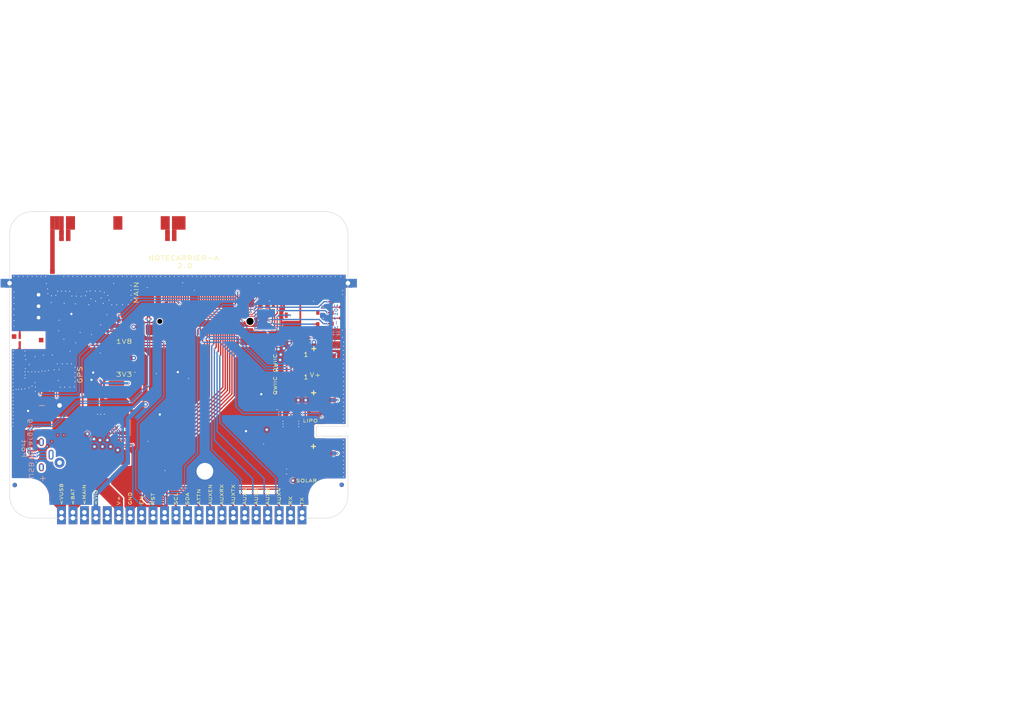
<source format=kicad_pcb>
(kicad_pcb (version 20221018) (generator pcbnew)
  (title_block (title "Notecarrier-A") (date "2023-05-23") (rev "A") (company "Blues Inc   (Copyright (c) 2023 Blues Inc)") (comment 2 "Company: Empirical.EE") (comment 3 "Drawn by: Heath Raftery"))
  (layers (0 "F.Cu" signal) (1 "In1.Cu" signal) (2 "In2.Cu" signal) (31 "B.Cu" signal) (34 "B.Paste" user) (35 "F.Paste" user) (36 "B.SilkS" user "B.Silkscreen") (37 "F.SilkS" user "F.Silkscreen") (38 "B.Mask" user) (39 "F.Mask" user) (44 "Edge.Cuts" user))
  (net 0 "")
  (net 1 "/Connector/LTE_50_D")
  (net 2 "Net-(ANT1-MN1-A)")
  (net 3 "Net-(ANT1-MN1-B)")
  (net 5 "Net-(ANT1-MN2-A)")
  (net 6 "Net-(ANT1-MN2-B)")
  (net 9 "GND")
  (net 11 "/Connector/GPS_50_E")
  (net 12 "VBAT")
  (net 13 "VMAIN")
  (net 14 "+1V8")
  (net 15 "/Power/EN")
  (net 16 "+3V3")
  (net 17 "VUSB")
  (net 18 "VSOLAR")
  (net 19 "/Connector/SIM_VCC")
  (net 20 "Net-(J5-RST)")
  (net 21 "Net-(J5-CLK)")
  (net 22 "Net-(J5-I{slash}O)")
  (net 23 "/Connector/GPS_50_B")
  (net 24 "/Connector/GPS_50_C")
  (net 25 "VIO")
  (net 26 "RST")
  (net 27 "/Connector/LTE_50_B")
  (net 28 "/Connector/LTE_50_C")
  (net 29 "/Connector/GPS_50_D")
  (net 30 "V+")
  (net 31 "VIO_P")
  (net 32 "VMODEM_P")
  (net 33 "USB_DM")
  (net 34 "USB_DP")
  (net 37 "/Connector/SIM_NPRESENT")
  (net 39 "/Connector/SIM_RST")
  (net 40 "/Connector/SIM_IO")
  (net 41 "/Connector/SIM_CLK")
  (net 45 "VACT_GPS_OUT")
  (net 54 "AUX5")
  (net 55 "/Connector/SCL_P")
  (net 57 "/Connector/SDA_P")
  (net 60 "AUX1")
  (net 62 "AUX2")
  (net 64 "AUX3")
  (net 65 "AUX4")
  (net 67 "/Connector/ATTN_P")
  (net 69 "/Connector/AUX_EN_P")
  (net 70 "/Connector/AUX_RX_P")
  (net 72 "/Connector/AUX_TX_P")
  (net 74 "/Connector/RX_P")
  (net 76 "/Connector/TX_P")
  (net 77 "BOOT")
  (net 79 "/Connector/NRST")
  (net 83 "/Connector/LTE_50")
  (net 84 "/Connector/GPS_50")
  (net 85 "SCL")
  (net 86 "SDA")
  (net 87 "ATTN")
  (net 88 "AUX_EN")
  (net 89 "AUX_RX")
  (net 90 "AUX_TX")
  (net 91 "RX")
  (net 92 "TX")
  (net 94 "Net-(U2-LX)")
  (net 95 "Net-(U1-SW)")
  (net 96 "/Connector/GPS_50_A")
  (net 97 "Net-(U2-SEL)")
  (net 98 "Net-(U3-~{EN})")
  (net 99 "Net-(U3-ISET)")
  (net 100 "Net-(U3-TS)")
  (net 101 "Net-(U5-PON)")
  (net 102 "/Connector/LTE_50_A")
  (net 103 "Net-(RR1-R8_2)")
  (net 104 "Net-(RR1-R7_2)")
  (net 105 "Net-(RR1-R6_2)")
  (net 106 "Net-(RR1-R5_2)")
  (net 107 "Net-(RR1-R4_2)")
  (net 108 "Net-(RR1-R3_2)")
  (net 109 "Net-(RR1-R2_2)")
  (net 110 "Net-(RR1-R1_2)")
  (net 113 "Net-(#PWR037-USB_SHIELD)")
  (net 114 "Net-(#FLG05-pwr)")
  (footprint "blues-kicad-lib:CS-C-0402" (layer "F.Cu") (at 74.9047 113.8564 180)
    (fp_text reference "C9" hide)
    (fp_text value "100n/16V" hide)
  )
  (footprint "blues-kicad-lib:CS-C-1206" (layer "F.Cu") (at 63.0748 119.3674 90)
    (fp_text reference "C11" hide)
    (fp_text value "10n/1kV" hide)
  )
  (footprint "blues-kicad-lib:FORO-0330-U" (layer "F.Cu") (at 59.5 135.5)
    (fp_text reference "H3" hide)
    (fp_text value "MountingHole" hide)
  )
  (footprint "blues-kicad-lib:FRACTUS-0404_NO-SILK" (layer "F.Cu") (at 57.7648 110.0848 180)
    (fp_text reference "C21" hide)
    (fp_text value "1n/50V" hide)
  )
  (footprint "blues-kicad-lib:SOT666_NO-SILK" (layer "F.Cu") (at 111.3917 97.466 -90)
    (fp_text reference "TVS2" hide)
    (fp_text value "ESDLC5V0M5-TP" hide)
  )
  (footprint "blues-kicad-lib:FRACTUS-0404_NO-SILK" (layer "F.Cu") (at 90.75 76.68)
    (fp_text reference "R25" hide)
    (fp_text value "0R" hide)
  )
  (footprint "blues-kicad-lib:XFBGA8" (layer "F.Cu") (at 78.3346 120.5136)
    (fp_text reference "U1" hide)
    (fp_text value "TPS62748YFPT" hide)
  )
  (footprint "blues-kicad-lib:FRACTUS-0404_NO-SILK" (layer "F.Cu") (at 57.7509 105.822)
    (fp_text reference "C28" hide)
    (fp_text value "4.6p/50V-C0G" hide)
  )
  (footprint "blues-kicad-lib:RS-0402" (layer "F.Cu") (at 78.6571 122.7137 180)
    (fp_text reference "R1" hide)
    (fp_text value "10M/5%" hide)
  )
  (footprint "blues-kicad-lib:RR-8X-1506" (layer "F.Cu") (at 89.8541 134.8069 90)
    (fp_text reference "RR1" hide)
    (fp_text value "100R/5%" hide)
  )
  (footprint "blues-kicad-lib:PAD-THT-CAS-0100" (layer "F.Cu") (at 130 87.8705 90)
    (fp_text reference "PAD1" hide)
    (fp_text value "TPS" hide)
  )
  (footprint "blues-kicad-lib:WSON10-EXP_NO-SILK" (layer "F.Cu") (at 117.3599 118.9537 90)
    (fp_text reference "U3" hide)
    (fp_text value "BQ24210DQCT" hide)
  )
  (footprint "blues-kicad-lib:CS-C-0603" (layer "F.Cu") (at 77.894 116.965 180)
    (fp_text reference "C4" hide)
    (fp_text value "10u/10V-X5R" hide)
  )
  (footprint "blues-kicad-lib:J-4-0100-MDS-SH_NO-SILK" (layer "F.Cu") (at 119.4122 109.2528 180)
    (fp_text reference "J13" hide)
    (fp_text value "BM04B-SRSS-TBT" hide)
  )
  (footprint "blues-kicad-lib:WDFN6-0200X0200" (layer "F.Cu") (at 75.2704 111.4216 -90)
    (fp_text reference "U2" hide)
    (fp_text value "MAX17225ELT" hide)
  )
  (footprint "blues-kicad-lib:RS-0603" (layer "F.Cu") (at 119.9287 102.0378)
    (fp_text reference "R30" hide)
    (fp_text value "NU" hide)
  )
  (footprint "blues-kicad-lib:FRACTUS-0404_NO-SILK" (layer "F.Cu") (at 73.3155 88.3441 180)
    (fp_text reference "R27" hide)
    (fp_text value "0R" hide)
  )
  (footprint "blues-kicad-lib:FS-0603" (layer "F.Cu") (at 115.1968 101.1719 180)
    (fp_text reference "F2" hide)
    (fp_text value "3.5A/32V" hide)
  )
  (footprint "blues-kicad-lib:FORO-0330-U" (layer "F.Cu") (at 125.5 135.5)
    (fp_text reference "H4" hide)
    (fp_text value "MountingHole" hide)
  )
  (footprint "blues-kicad-lib:J-3-0254-FDT_H0508" (layer "F.Cu") (at 61.42 92.98 90)
    (fp_text reference "J10" hide)
    (fp_text value "00711" hide)
  )
  (footprint "blues-kicad-lib:J-4-0100-MDS-SH_NO-SILK" (layer "F.Cu") (at 119.4233 104.3282 180)
    (fp_text reference "J14" hide)
    (fp_text value "BM04B-SRSS-TBT" hide)
  )
  (footprint "blues-kicad-lib:FRACTUS-0404_NO-SILK" (layer "F.Cu") (at 67.25 78 180)
    (fp_text reference "C25" hide)
    (fp_text value "0.5p/50V-C0G" hide)
  )
  (footprint "blues-kicad-lib:FRACTUS-0404_NO-SILK" (layer "F.Cu") (at 57 103.7126 90)
    (fp_text reference "C29" hide)
    (fp_text value "1.1p/50V-C0G" hide)
  )
  (footprint "blues-kicad-lib:RS-0402" (layer "F.Cu") (at 118.3261 122.6372 180)
    (fp_text reference "R9" hide)
    (fp_text value "470R" hide)
  )
  (footprint "blues-kicad-lib:SMB" (layer "F.Cu") (at 80.3105 126.9647 -90)
    (fp_text reference "TVS1" hide)
    (fp_text value "SM6T6V8A" hide)
  )
  (footprint "blues-kicad-lib:J-3-MDS-UFL_NO-SILK" (layer "F.Cu") (at 79.8443 89.8979 -90)
    (fp_text reference "J7" hide)
    (fp_text value "uFL-R-SMT-1-10" hide)
  )
  (footprint "blues-kicad-lib:CS-C-0402" (layer "F.Cu") (at 75.4643 107.2137 180)
    (fp_text reference "C6" hide)
    (fp_text value "100n/16V" hide)
  )
  (footprint "blues-kicad-lib:J-2-0200-MDS-B2B-PH-SM4" (layer "F.Cu") (at 124.55 128.6253 -90)
    (fp_text reference "J3" hide)
    (fp_text value "B2B-PH-SM4-TBT(LF)(SN)" hide)
  )
  (footprint "blues-kicad-lib:SW_CJS-1200TA_NO-SILK" (layer "F.Cu") (at 79.522 104.4672 -90)
    (fp_text reference "SW1" hide)
    (fp_text value "CJS-1200TA" hide)
  )
  (footprint "blues-kicad-lib:FRACTUS-0404_NO-SILK" (layer "F.Cu") (at 71.069 89.0998 -90)
    (fp_text reference "L7" hide)
    (fp_text value "LQW18AN10NG80D" hide)
  )
  (footprint "blues-kicad-lib:SOT23" (layer "F.Cu") (at 78.25 98.536 -90)
    (fp_text reference "Q1" hide)
    (fp_text value "AO3420" hide)
  )
  (footprint "blues-kicad-lib:TO277-3" (layer "F.Cu") (at 70.2377 129.0043)
    (fp_text reference "DS3" hide)
    (fp_text value "FSV1045V" hide)
  )
  (footprint "blues-kicad-lib:SMB" (layer "F.Cu") (at 67.1224 123.6431 90)
    (fp_text reference "DS4" hide)
    (fp_text value "STPS3H100U" hide)
  )
  (footprint "blues-kicad-lib:RS-0402" (layer "F.Cu") (at 118.3265 121.5171 180)
    (fp_text reference "R10" hide)
    (fp_text value "10k" hide)
  )
  (footprint "blues-kicad-lib:CS-C-0402" (layer "F.Cu") (at 110.8767 90.7797)
    (fp_text reference "C16" hide)
    (fp_text value "100n/16V" hide)
  )
  (footprint "blues-kicad-lib:CS-C-1206" (layer "F.Cu") (at 74.8879 119.4512 90)
    (fp_text reference "C1" hide)
    (fp_text value "47u/16V-X5R" hide)
  )
  (footprint "blues-kicad-lib:CS-C-0402" (layer "F.Cu") (at 115.4563 116.7642 180)
    (fp_text reference "C13" hide)
    (fp_text value "1u/16V-X5R" hide)
  )
  (footprint "blues-kicad-lib:RS-0402" (layer "F.Cu") (at 76.7134 98.0917 -90)
    (fp_text reference "R21" hide)
    (fp_text value "1k" hide)
  )
  (footprint "blues-kicad-lib:J-3-MDS-UFL_NO-SILK" (layer "F.Cu") (at 67.4891 108.3449 -90)
    (fp_text reference "J8" hide)
    (fp_text value "uFL-R-SMT-1-10" hide)
  )
  (footprint "blues-kicad-lib:FORO-0330-U" (layer "F.Cu") (at 59.5 76.5)
    (fp_text reference "H1" hide)
    (fp_text value "MountingHole" hide)
  )
  (footprint "blues-kicad-lib:CS-C-1206" (layer "F.Cu") (at 118.986 129.6587 180)
    (fp_text reference "C12" hide)
    (fp_text value "10u/25V-X5R" hide)
  )
  (footprint "blues-kicad-lib:ANT-NN03310-LTE_NO-SILK" (layer "F.Cu") (at 79 74.5)
    (fp_text reference "ANT1" hide)
    (fp_text value "NN03-310" hide)
  )
  (footprint "blues-kicad-lib:CS-C-0402" (layer "F.Cu") (at 111.5559 95.6207 180)
    (fp_text reference "C18" hide)
    (fp_text value "33p/50V-C0G" hide)
  )
  (footprint "blues-kicad-lib:RS-0603" (layer "F.Cu") (at 111.3917 89.5697)
    (fp_text reference "R15" hide)
    (fp_text value "22R" hide)
  )
  (footprint "blues-kicad-lib:TO277-3" (layer "F.Cu") (at 117.686 126.0437 90)
    (fp_text reference "DS6" hide)
    (fp_text value "FSV1045V" hide)
  )
  (footprint "blues-kicad-lib:PAD-THT-CAS-0100" (layer "F.Cu") (at 55 87.8705 90)
    (fp_text reference "PAD2" hide)
    (fp_text value "TPS" hide)
  )
  (footprint "blues-kicad-lib:RS-0402" (layer "F.Cu") (at 61.7819 110.9961 -90)
    (fp_text reference "R18" hide)
    (fp_text value "200k" hide)
  )
  (footprint "blues-kicad-lib:DIST-WASMSIM0250" (layer "F.Cu") (at 98.2983 129.5943 -90)
    (fp_text reference "OBJ1" hide)
    (fp_text value "9774025151R" hide)
  )
  (footprint "blues-kicad-lib:FIDUCIAL_MIN-CLEARANCE" (layer "F.Cu") (at 128.6269 132.5928)
    (fp_text reference "FID2" hide)
    (fp_text value "TPS" hide)
  )
  (footprint "blues-kicad-lib:RS-0402" (layer "F.Cu") (at 110.8767 91.8997 180)
    (fp_text reference "R16" hide)
    (fp_text value "15k" hide)
  )
  (footprint "blues-kicad-lib:CS-C-0402" (layer "F.Cu") (at 76.5479 120.6662 90)
    (fp_text reference "C2" hide)
    (fp_text value "4.7u/6.3V-X5R" hide)
  )
  (footprint "blues-kicad-lib:RS-0402" (layer "F.Cu") (at 73.3555 111.8912 -90)
    (fp_text reference "R4" hide)
    (fp_text value "82k" hide)
  )
  (footprint "blues-kicad-lib:J-5-0065-FOS-USB10118192-NOF" (layer "F.Cu") (at 59.7 126.3 -90)
    (fp_text reference "J11" hide)
    (fp_text value "10118192-0002LF" hide)
  )
  (footprint "blues-kicad-lib:CS-C-0402" (layer "F.Cu") (at 113.406 90.7797 180)
    (fp_text reference "C17" hide)
    (fp_text value "33p/50V-C0G" hide)
  )
  (footprint "blues-kicad-lib:RR-8X-1506" (layer "F.Cu") (at 86.4526 131.417)
    (fp_text reference "RR2" hide)
    (fp_text value "100R/5%" hide)
  )
  (footprint "blues-kicad-lib:CS-C-0402" (layer "F.Cu") (at 70.7414 116.9169 180)
    (fp_text reference "C10" hide)
    (fp_text value "100n/16V" hide)
  )
  (footprint "blues-kicad-lib:FIDUCIAL_MIN-CLEARANCE" (layer "F.Cu") (at 56.1525 132.6549)
    (fp_text reference "FID1" hide)
    (fp_text value "TPS" hide)
  )
  (footprint "blues-kicad-lib:FRACTUS-0404_NO-SILK" (layer "F.Cu") (at 76.1155 88.3441 180)
    (fp_text reference "R28" hide)
    (fp_text value "0R" hide)
  )
  (footprint "blues-kicad-lib:FRACTUS-0404_NO-SILK" (layer "F.Cu") (at 67.25 76.68)
    (fp_text reference "L6" hide)
    (fp_text value "LQW18AN12NG80" hide)
  )
  (footprint "blues-kicad-lib:J-2-0200-MDS-B2B-PH-SM4" (layer "F.Cu") (at 124.55 116.811 -90)
    (fp_text reference "J4" hide)
    (fp_text value "B2B-PH-SM4-TBT(LF)(SN)" hide)
  )
  (footprint "blues-kicad-lib:CS-C-0402" (layer "F.Cu") (at 74.9047 114.9764 180)
    (fp_text reference "C8" hide)
    (fp_text value "10u/6.3V-X5R" hide)
  )
  (footprint "blues-kicad-lib:CS-C-0402" (layer "F.Cu") (at 64.4366 110.3353 -90)
    (fp_text reference "C22" hide)
    (fp_text value "1u/16V-X5R" hide)
  )
  (footprint "blues-kicad-lib:RS-0402" (layer "F.Cu") (at 117.8119 115.6396 180)
    (fp_text reference "R8" hide)
    (fp_text value "10k" hide)
  )
  (footprint "blues-kicad-lib:ANT-NN03320-GPS_NO-SILK" (layer "F.Cu") (at 59 100.5 90)
    (fp_text reference "ANT2" hide)
    (fp_text value "NN03-320" hide)
  )
  (footprint "blues-kicad-lib:FRACTUS-0404_NO-SILK" (layer "F.Cu") (at 67.2142 88.3441)
    (fp_text reference "C27" hide)
    (fp_text value "2.2p/50V-C0G" hide)
  )
  (footprint "blues-kicad-lib:CS-C-0402" (layer "F.Cu") (at 75.4643 108.3337 180)
    (fp_text reference "C7" hide)
    (fp_text value "10u/6.3V-X5R" hide)
  )
  (footprint "blues-kicad-lib:FRACTUS-0404_NO-SILK" (layer "F.Cu") (at 90.75 78)
    (fp_text reference "R26" hide)
    (fp_text value "NU" hide)
  )
  (footprint "blues-kicad-lib:J-2-0200-MDS-B2B-PH-SM4" (layer "F.Cu") (at 124.55 106.9713 -90)
    (fp_text reference "J12" hide)
    (fp_text value "B2B-PH-SM4-TBT(LF)(SN)" hide)
  )
  (footprint "blues-kicad-lib:FRACTUS-0404_NO-SILK" (layer "F.Cu") (at 64.5 86.05 90)
    (fp_text reference "L9" hide)
    (fp_text value "LQW15AN2N3G80D" hide)
  )
  (footprint "blues-kicad-lib:FRACTUS-0404_NO-SILK" (layer "F.Cu") (at 57.0106 107.9715 90)
    (fp_text reference "R29" hide)
    (fp_text value "0R" hide)
  )
  (footprint "blues-kicad-lib:RS-0402" (layer "F.Cu") (at 118.7208 116.7978)
    (fp_text reference "R6" hide)
    (fp_text value "NU" hide)
  )
  (footprint "blues-kicad-lib:XFDFN6_NO-SILK" (layer "F.Cu") (at 63.1024 108.7274 -90)
    (fp_text reference "U5" hide)
    (fp_text value "BGA725L6E6327FTSA1" hide)
  )
  (footprint "blues-kicad-lib:RS-0402" (layer "F.Cu") (at 62.9019 110.9961 90)
    (fp_text reference "R22" hide)
    (fp_text value "100k" hide)
  )
  (footprint "blues-kicad-lib:RS-0603" (layer "F.Cu") (at 111.3917 93.1097)
    (fp_text reference "R12" hide)
    (fp_text value "22R" hide)
  )
  (footprint "blues-kicad-lib:J-75-0050-MOS-M2-E_smaller-mask" (layer "F.Cu") (at 98.2983 96.3443)
    (fp_text reference "J6" hide)
    (fp_text value "MDT420E01001" hide)
  )
  (footprint "blues-kicad-lib:FRACTUS-0404_NO-SILK" (layer "F.Cu") (at 69.449 89.0998 -90)
    (fp_text reference "C26" hide)
    (fp_text value "1p/50V-C0G" hide)
  )
  (footprint "blues-kicad-lib:FORO-0330-U" (layer "F.Cu") (at 125.5 76.5)
    (fp_text reference "H2" hide)
    (fp_text value "MountingHole" hide)
  )
  (footprint "blues-kicad-lib:FS-0603" (layer "F.Cu") (at 84.6897 97.5435)
    (fp_text reference "F1" hide)
    (fp_text value "SF-0603F150-2" hide)
  )
  (footprint "blues-kicad-lib:LS-XFL4020" (layer "F.Cu") (at 78.6728 111.2592 -90)
    (fp_text reference "L1" hide)
    (fp_text value "XFL4020-222MEC" hide)
  )
  (footprint "blues-kicad-lib:J-NANOSIM-SF72S006VBA_NO-FILL" (layer "F.Cu") (at 122.45 93.436 90)
    (fp_text reference "J5" hide)
    (fp_text value "NanoSIM - SF72S006VBAR2500" hide)
  )
  (footprint "blues-kicad-lib:CS-C-0402" (layer "F.Cu") (at 113.4815 93.4674 90)
    (fp_text reference "C19" hide)
    (fp_text value "33p/50V-C0G" hide)
  )
  (footprint "blues-kicad-lib:RS-0603" (layer "F.Cu") (at 119.9287 100.7378)
    (fp_text reference "R31" hide)
    (fp_text value "NU" hide)
  )
  (footprint "blues-kicad-lib:LS-0806" (layer "F.Cu") (at 80.519 120.315 90)
    (fp_text reference "L2" hide)
    (fp_text value "1285AS-H-2R2M=P2" hide)
  )
  (footprint "blues-kicad-lib:CS-C-0402" (layer "F.Cu") (at 77.7912 100.0958 180)
    (fp_text reference "C23" hide)
    (fp_text value "100n/16V" hide)
  )
  (footprint "blues-kicad-lib:TO277-3" (layer "F.Cu") (at 75.2686 129.0042)
    (fp_text reference "DS2" hide)
    (fp_text value "FSV1045V" hide)
  )
  (footprint "blues-kicad-lib:CS-C-0402" (layer "F.Cu") (at 80.6771 122.7137)
    (fp_text reference "C5" hide)
    (fp_text value "100n/16V" hide)
  )
  (footprint "blues-kicad-lib:SMB" (layer "F.Cu") (at 71.4224 123.6431 90)
    (fp_text reference "DS5" hide)
    (fp_text value "STPS3H100U" hide)
  )
  (footprint "blues-kicad-lib:CS-C-0603" (layer "F.Cu") (at 77.894 118.265 180)
    (fp_text reference "C3" hide)
    (fp_text value "10u/10V-X5R" hide)
  )
  (footprint "blues-kicad-lib:J-22-0254-FDT-H0508_EDGE" (layer "F.Cu") (at 93.17 138.7)
    (fp_text reference "J9" hide)
    (fp_text value "12734" hide)
  )
  (footprint "blues-kicad-lib:FRACTUS-0404_NO-SILK" (layer "F.Cu") (at 60.4542 108.74 180)
    (fp_text reference "L5" hide)
    (fp_text value "LQW15AN7N5H00D" hide)
  )
  (footprint "blues-kicad-lib:RS-0603" (layer "F.Cu") (at 111.3917 94.4097)
    (fp_text reference "R14" hide)
    (fp_text value "22R" hide)
  )
  (footprint "blues-kicad-lib:FRACTUS-0404_NO-SILK" (layer "F.Cu") (at 64.5 89.0943 -90)
    (fp_text reference "L8" hide)
    (fp_text value "LQW18AN8N4G80D" hide)
  )
  (footprint "blues-kicad-lib:RS-1206" (layer "F.Cu") (at 60.9248 119.3424 90)
    (fp_text reference "R5" hide)
    (fp_text value "1M" hide)
  )
  (footprint "blues-kicad-lib:TPS-SPEA" (layer "B.Cu") (at 126.84 125.6253 180)
    (fp_text reference "TP5" hide)
    (fp_text value "TPS" hide)
  )
  (footprint "blues-kicad-lib:FIDUCIAL_MIN-CLEARANCE" (layer "B.Cu") (at 128.6269 132.5928 -90)
    (fp_text reference "FID4" hide)
    (fp_text value "TPS" hide)
  )
  (footprint "blues-kicad-lib:J-5-0065-FDS-UUSB1051330001_NO-SILK" (layer "B.Cu") (at 62.0484 125.9125 -90)
    (fp_text reference "J2" hide)
    (fp_text value "NU" hide)
  )
  (footprint "blues-kicad-lib:TPS-SPEA" (layer "B.Cu") (at 126.5592 113.811 180)
    (fp_text reference "TP4" hide)
    (fp_text value "TPS" hide)
  )
  (footprint "blues-kicad-lib:FIDUCIAL_MIN-CLEARANCE" (layer "B.Cu") (at 56.1525 132.6549 -90)
    (fp_text reference "FID3" hide)
    (fp_text value "TPS" hide)
  )
  (footprint "blues-kicad-lib:BATHLD-2464-NO_MECH" (layer "B.Cu") (at 92.4815 112.7618 180)
    (fp_text reference "BAT1" hide)
    (fp_text value "NU" hide)
  )
  (gr_rect (start 124.15 92.836) (end 124.85 93.536) (fill solid) (layer "F.Cu"))
  (gr_arc (start 55 77) (mid 56.464466 73.464466) (end 60 72) (stroke (width 0.1)) (layer "Edge.Cuts"))
  (gr_arc (start 130 135) (mid 128.535534 138.535534) (end 125 140) (stroke (width 0.1)) (layer "Edge.Cuts"))
  (gr_line (start 123 119.6) (end 123 121.8) (stroke (width 0.1)) (layer "Edge.Cuts"))
  (gr_line (start 60 72) (end 125 72) (stroke (width 0.1)) (layer "Edge.Cuts"))
  (gr_line (start 55 135) (end 55 77) (stroke (width 0.1)) (layer "Edge.Cuts"))
  (gr_line (start 123 121.8) (end 130 121.8) (stroke (width 0.1)) (layer "Edge.Cuts"))
  (gr_line (start 130 119.6) (end 123 119.6) (stroke (width 0.1)) (layer "Edge.Cuts"))
  (gr_arc (start 125 72) (mid 128.535534 73.464466) (end 130 77) (stroke (width 0.1)) (layer "Edge.Cuts"))
  (gr_line (start 130 77) (end 130 119.6) (stroke (width 0.1)) (layer "Edge.Cuts"))
  (gr_line (start 125 140) (end 60 140) (stroke (width 0.1)) (layer "Edge.Cuts"))
  (gr_arc (start 60 140) (mid 56.464466 138.535534) (end 55 135) (stroke (width 0.1)) (layer "Edge.Cuts"))
  (gr_line (start 130 121.8) (end 130 135) (stroke (width 0.1)) (layer "Edge.Cuts"))
  (gr_text "2017-3047_V16" (at 127.8 92.4 90) (layer "B.Cu") (effects (font (size 0.7 0.94) (thickness 0.12) bold) (justify left bottom mirror)))
  (gr_text "USB Charging\nPort" (at 57.6 124.6 270) (layer "B.SilkS") (effects (font (size 1 1.3) (thickness 0.125)) (justify bottom mirror)))
  (gr_text "SCL" (at 92.3 137.1673 90) (layer "F.SilkS") (effects (font (size 0.7 1) (thickness 0.12)) (justify left bottom)))
  (gr_text "AUXEN" (at 99.92 137.1248 90) (layer "F.SilkS") (effects (font (size 0.7 0.95) (thickness 0.12)) (justify left bottom)))
  (gr_text "GPS" (at 71.2 110.2 90) (layer "F.SilkS") (effects (font (size 1 1.3) (thickness 0.125)) (justify left bottom)))
  (gr_text "RST" (at 87.22 137.1835 90) (layer "F.SilkS") (effects (font (size 0.7 1) (thickness 0.12)) (justify left bottom)))
  (gr_text "QWIIC" (at 114.3 112.7553 90) (layer "F.SilkS") (effects (font (size 0.7 1) (thickness 0.12) bold) (justify left bottom)))
  (gr_text "+" (at 121.5 112.8) (layer "F.SilkS") (effects (font (size 1.2 1.2) (thickness 0.25) bold) (justify left bottom)))
  (gr_text "2" (at 92.1 84.6) (layer "F.SilkS") (effects (font (size 1 1.2) (thickness 0.125)) (justify left bottom)))
  (gr_text "RX" (at 117.7 137.1584 90) (layer "F.SilkS") (effects (font (size 0.7 1) (thickness 0.12)) (justify left bottom)))
  (gr_text "V+" (at 79.6 137.1751 90) (layer "F.SilkS") (effects (font (size 0.7 1) (thickness 0.12)) (justify left bottom)))
  (gr_text "AUX1" (at 107.54 137.1308 90) (layer "F.SilkS") (effects (font (size 0.7 1) (thickness 0.12)) (justify left bottom)))
  (gr_text "NOTECARRIER-A" (at 85.6124 82.9) (layer "F.SilkS") (effects (font (size 1 1.3) (thickness 0.125)) (justify left bottom)))
  (gr_text "QWIIC" (at 114.3 107.7341 90) (layer "F.SilkS") (effects (font (size 0.7 1) (thickness 0.12) bold) (justify left bottom)))
  (gr_text "0" (at 94.3 84.6) (layer "F.SilkS") (effects (font (size 1 1.2) (thickness 0.125)) (justify left bottom)))
  (gr_text "GND" (at 82.14 137.1738 90) (layer "F.SilkS") (effects (font (size 0.7 0.95) (thickness 0.12)) (justify left bottom)))
  (gr_text "V+" (at 121.45 108.8) (layer "F.SilkS") (effects (font (size 1 1.2) (thickness 0.125)) (justify left bottom)))
  (gr_text "AUX2" (at 110.08 137.1308 90) (layer "F.SilkS") (effects (font (size 0.7 1) (thickness 0.12)) (justify left bottom)))
  (gr_text "<MAIN" (at 71.98 137.1141 90) (layer "F.SilkS") (effects (font (size 0.7 0.95) (thickness 0.12)) (justify left bottom)))
  (gr_text "<VUSB" (at 66.9 137.2 90) (layer "F.SilkS") (effects (font (size 0.7 0.95) (thickness 0.12)) (justify left bottom)))
  (gr_text "TX" (at 120.24 137.1584 90) (layer "F.SilkS") (effects (font (size 0.7 1) (thickness 0.12)) (justify left bottom)))
  (gr_text "1V8" (at 78.5 101.4) (layer "F.SilkS") (effects (font (size 1 1.3) (thickness 0.125)) (justify left bottom)))
  (gr_text "<VIO" (at 74.52 137.2 90) (layer "F.SilkS") (effects (font (size 0.7 0.95) (thickness 0.12)) (justify left bottom)))
  (gr_text "ATTN" (at 97.38 137.1236 90) (layer "F.SilkS") (effects (font (size 0.7 1.05) (thickness 0.12)) (justify left bottom)))
  (gr_text "+" (at 121.45 124.7) (layer "F.SilkS") (effects (font (size 1.2 1.2) (thickness 0.25) bold) (justify left bottom)))
  (gr_text "." (at 93.5 84.6) (layer "F.SilkS") (effects (font (size 1 1) (thickness 0.1)) (justify left bottom)))
  (gr_text "+" (at 121.55 103) (layer "F.SilkS") (effects (font (size 1.2 1.2) (thickness 0.25) bold) (justify left bottom)))
  (gr_text "AUXRX" (at 102.46 137.1322 90) (layer "F.SilkS") (effects (font (size 0.7 0.95) (thickness 0.12)) (justify left bottom)))
  (gr_text "MAIN" (at 83.7 92.5 90) (layer "F.SilkS") (effects (font (size 1 1.4) (thickness 0.125)) (justify left bottom)))
  (gr_text "LIPO" (at 119.9219 118.8) (layer "F.SilkS") (effects (font (size 0.7 1) (thickness 0.12) bold) (justify left bottom)))
  (gr_text "<BAT" (at 69.44 137.2 90) (layer "F.SilkS") (effects (font (size 0.7 0.95) (thickness 0.12)) (justify left bottom)))
  (gr_text "3V3" (at 78.5 108.7) (layer "F.SilkS") (effects (font (size 1 1.3) (thickness 0.125)) (justify left bottom)))
  (gr_text "SDA" (at 94.84 137.1823 90) (layer "F.SilkS") (effects (font (size 0.7 1) (thickness 0.12)) (justify left bottom)))
  (gr_text "AUXTX" (at 105 137.1396 90) (layer "F.SilkS") (effects (font (size 0.7 1) (thickness 0.12)) (justify left bottom)))
  (gr_text "AUX3" (at 112.62 137.1382 90) (layer "F.SilkS") (effects (font (size 0.7 1) (thickness 0.12)) (justify left bottom)))
  (gr_text "AUX4" (at 115.16 137.1457 90) (layer "F.SilkS") (effects (font (size 0.7 1) (thickness 0.12)) (justify left bottom)))
  (gr_text "EN" (at 84.68 137.1226 90) (layer "F.SilkS") (effects (font (size 0.7 1) (thickness 0.12)) (justify left bottom)))
  (gr_text "SOLAR" (at 118.4 132.1) (layer "F.SilkS") (effects (font (size 0.7 1) (thickness 0.12) bold) (justify left bottom)))
  (segment (start 66.5 74.5) (end 66.5 76.68) (width 0.68) (layer "F.Cu") (net 2))
  (segment (start 66.5 76.68) (end 66.5 78) (width 0.68) (layer "F.Cu") (net 2))
  (segment (start 119.4233 104.3282) (end 119.9015 104.3282) (width 0.4) (layer "F.Cu") (net 9))
  (segment (start 129.2754 87.8822) (end 129.2871 87.8705) (width 0.4) (layer "F.Cu") (net 9))
  (segment (start 122.3621 91.876) (end 123.33 91.876) (width 0.3) (layer "F.Cu") (net 9))
  (segment (start 121.2218 99.011) (end 122.35 99.011) (width 0.4) (layer "F.Cu") (net 9))
  (segment (start 69.8032 116.9169) (end 70.2914 116.9169) (width 0.4) (layer "F.Cu") (net 9))
  (segment (start 117.2 87.836) (end 117.2 87.4328) (width 0.4) (layer "F.Cu") (net 9))
  (segment (start 91.7797 92.3464) (end 91.5483 92.115) (width 0.3) (layer "F.Cu") (net 9))
  (segment (start 76.7134 97.6417) (end 76.7134 97.1535) (width 0.4) (layer "F.Cu") (net 9))
  (segment (start 76.2252 97.6417) (end 76.7134 97.6417) (width 0.4) (layer "F.Cu") (net 9))
  (segment (start 118.2 98.511) (end 118.7282 98.511) (width 0.4) (layer "F.Cu") (net 9))
  (segment (start 77.715 120.7136) (end 77.6835 120.6821) (width 0.2) (layer "F.Cu") (net 9))
  (segment (start 103.0483 90.036) (end 103.0483 91.0693) (width 0.3) (layer "F.Cu") (net 9))
  (segment (start 78.1346 120.7136) (end 77.715 120.7136) (width 0.2) (layer "F.Cu") (net 9))
  (segment (start 112.4678 90.7797) (end 112.956 90.7797) (width 0.4) (layer "F.Cu") (net 9))
  (segment (start 121.6218 127.6253) (end 124.55 127.6253) (width 0.4) (layer "F.Cu") (net 9))
  (segment (start 97.0215 90.0673) (end 97.0483 90.0941) (width 0.3) (layer "F.Cu") (net 9))
  (segment (start 109.8729 97.466) (end 110.5867 97.466) (width 0.25) (layer "F.Cu") (net 9))
  (segment (start 109.8353 97.4284) (end 109.8729 97.466) (width 0.25) (layer "F.Cu") (net 9))
  (segment (start 115.25 92.216) (end 115.6782 92.216) (width 0.4) (layer "F.Cu") (net 9))
  (segment (start 107.0394 92.2059) (end 107.0483 92.197) (width 0.3) (layer "F.Cu") (net 9))
  (segment (start 77.5861 120.6821) (end 77.4049 120.5009) (width 0.2) (layer "F.Cu") (net 9))
  (segment (start 113.2374 92.5292) (end 113.4815 93.0174) (width 0.4) (layer "F.Cu") (net 9))
  (segment (start 100.0754 89.9551) (end 100.0483 89.9822) (width 0.3) (layer "F.Cu") (net 9))
  (segment (start 107.0483 90.0536) (end 107.0483 91.0693) (width 0.3) (layer "F.Cu") (net 9))
  (segment (start 60.8742 127.597) (end 60.8628 127.597) (width 0.4) (layer "F.Cu") (net 9))
  (segment (start 103.0731 92.1893) (end 103.0483 92.1645) (width 0.3) (layer "F.Cu") (net 9))
  (segment (start 101.5462 92.1669) (end 101.5483 92.1648) (width 0.3) (layer "F.Cu") (net 9))
  (segment (start 121.6218 115.811) (end 124.55 115.811) (width 0.4) (layer "F.Cu") (net 9))
  (segment (start 81.1271 122.7137) (end 81.1271 122.2255) (width 0.4) (layer "F.Cu") (net 9))
  (segment (start 57.25 98.2215) (end 57.25 99.625) (width 0.4) (layer "F.Cu") (net 9))
  (segment (start 127.2 99.011) (end 128.8282 99.011) (width 0.4) (layer "F.Cu") (net 9))
  (segment (start 117.2 87.836) (end 118.5782 87.836) (width 0.4) (layer "F.Cu") (net 9))
  (segment (start 64.4366 110.7853) (end 64.9248 110.7853) (width 0.4) (layer "F.Cu") (net 9))
  (segment (start 100.0417 92.1781) (end 100.0483 92.1715) (width 0.3) (layer "F.Cu") (net 9))
  (segment (start 114.5181 116.7642) (end 115.0063 116.7642) (width 0.4) (layer "F.Cu") (net 9))
  (segment (start 115.0063 117.2524) (end 115.0063 116.7642) (width 0.4) (layer "F.Cu") (net 9))
  (segment (start 77.4049 120.5009) (end 76.8326 120.5009) (width 0.2) (layer "F.Cu") (net 9))
  (segment (start 127.2 87.836) (end 128.8282 87.836) (width 0.4) (layer "F.Cu") (net 9))
  (segment (start 89.5483 91.0693) (end 89.5483 90.1081) (width 0.3) (layer "F.Cu") (net 9))
  (segment (start 119.4122 109.2528) (end 119.4122 108.2996) (width 0.4) (layer "F.Cu") (net 9))
  (segment (start 64.4366 111.2735) (end 64.4366 110.7853) (width 0.4) (layer "F.Cu") (net 9))
  (segment (start 60.8742 127.6) (end 60.8742 127.597) (width 0.4) (layer "F.Cu") (net 9))
  (segment (start 90.2656 99.717) (end 90.2983 99.6843) (width 0.3) (layer "F.Cu") (net 9))
  (segment (start 81.1271 122.7137) (end 81.6153 122.7137) (width 0.4) (layer "F.Cu") (net 9))
  (segment (start 77.6835 120.6821) (end 77.5861 120.6821) (width 0.2) (layer "F.Cu") (net 9))
  (segment (start 129.2871 87.8705) (end 130 87.8705) (width 0.4) (layer "F.Cu") (net 9))
  (segment (start 119.4122 109.2528) (end 119.8904 109.2528) (width 0.4) (layer "F.Cu") (net 9))
  (segment (start 124.55 105.9713) (end 124.55 105.2931) (width 0.4) (layer "F.Cu") (net 9))
  (segment (start 122.3522 91.8661) (end 122.3621 91.876) (width 0.3) (layer "F.Cu") (net 9))
  (segment (start 124.5238 93.196) (end 124.5227 93.1949) (width 0.2) (layer "F.Cu") (net 9))
  (segment (start 76.8326 120.5009) (end 76.5479 120.2162) (width 0.2) (layer "F.Cu") (net 9))
  (segment (start 56.3197 87.8682) (end 56.3174 87.8705) (width 0.4) (layer "F.Cu") (net 9))
  (segment (start 111.3267 90.7797) (end 111.8149 90.5356) (width 0.4) (layer "F.Cu") (net 9))
  (segment (start 63.4197 109.5688) (end 63.3024 109.4515) (width 0.2) (layer "F.Cu") (net 9))
  (segment (start 93.2858 99.7338) (end 93.2983 99.7213) (width 0.3) (layer "F.Cu") (net 9))
  (segment (start 89.8712 92.1611) (end 90.0483 91.984) (width 0.3) (layer "F.Cu") (net 9))
  (segment (start 115.25 96.616) (end 115.25 95.7378) (width 0.4) (layer "F.Cu") (net 9))
  (segment (start 118.7761 122.6372) (end 119.2643 122.6372) (width 0.4) (layer "F.Cu") (net 9))
  (segment (start 115.25 92.216) (end 115.25 91.3378) (width 0.4) (layer "F.Cu") (net 9))
  (segment (start 93.2634 97.4659) (end 93.2983 97.5008) (width 0.3) (layer "F.Cu") (net 9))
  (segment (start 118.7761 122.6372) (end 118.7761 122.149) (width 0.4) (layer "F.Cu") (net 9))
  (segment (start 63.9484 110.7853) (end 64.4366 110.7853) (width 0.4) (layer "F.Cu") (net 9))
  (segment (start 89.5483 90.1081) (end 89.5483 89.8793) (width 0.3) (layer "F.Cu") (net 9))
  (segment (start 119.4233 105.2814) (end 119.4233 104.3282) (width 0.4) (layer "F.Cu") (net 9))
  (segment (start 91.5483 89.9609) (end 91.5483 91.0693) (width 0.3) (layer "F.Cu") (net 9))
  (segment (start 79.5718 98.536) (end 80.15 98.536) (width 0.4) (layer "F.Cu") (net 9))
  (segment (start 62.9019 111.9343) (end 62.9019 111.4461) (width 0.4) (layer "F.Cu") (net 9))
  (segment (start 107.0483 92.197) (end 107.0483 91.0693) (width 0.3) (layer "F.Cu") (net 9))
  (segment (start 117.2 88.2392) (end 117.2 87.836) (width 0.4) (layer "F.Cu") (net 9))
  (segment (start 76.7134 97.6417) (end 77.2016 97.6417) (width 0.4) (layer "F.Cu") (net 9))
  (segment (start 90.0483 90.0121) (end 90.0483 91.0693) (width 0.3) (layer "F.Cu") (net 9))
  (segment (start 117.3599 119.9037) (end 117.3599 118.9537) (width 0.25) (layer "F.Cu") (net 9))
  (segment (start 128.35 93.196) (end 124.5238 93.196) (width 0.2) (layer "F.Cu") (net 9))
  (segment (start 128.35 95.636) (end 124.5097 95.636) (width 0.2) (layer "F.Cu") (net 9))
  (segment (start 59.825 127.6) (end 60.8742 127.6) (width 0.4) (layer "F.Cu") (net 9))
  (segment (start 122.35 87.836) (end 123.4782 87.836) (width 0.4) (layer "F.Cu") (net 9))
  (segment (start 89.5483 90.1081) (end 89.5188 90.0786) (width 0.3) (layer "F.Cu") (net 9))
  (segment (start 124.55 106.6495) (end 124.55 105.9713) (width 0.4) (layer "F.Cu") (net 9))
  (segment (start 115.9817 118.9537) (end 117.3599 118.9537) (width 0.4) (layer "F.Cu") (net 9))
  (segment (start 97.0327 92.0883) (end 97.0483 92.0727) (width 0.3) (layer "F.Cu") (net 9))
  (segment (start 98.5148 89.9551) (end 98.5483 89.9886) (width 0.3) (layer "F.Cu") (net 9))
  (segment (start 93.2983 99.7213) (end 93.2983 98.6193) (width 0.3) (layer "F.Cu") (net 9))
  (segment (start 117.3599 118.9537) (end 118.7381 118.9537) (width 0.4) (layer "F.Cu") (net 9))
  (segment (start 113.4815 93.0174) (end 113.4815 92.5292) (width 0.4) (layer "F.Cu") (net 9))
  (segment (start 115.25 97.4942) (end 115.25 96.616) (width 0.4) (layer "F.Cu") (net 9))
  (segment (start 100.0483 89.9822) (end 100.0483 91.0693) (width 0.3) (layer "F.Cu") (net 9))
  (segment (start 124.55 115.811) (end 127.4782 115.811) (width 0.4) (layer "F.Cu") (net 9))
  (segment (start 77.3412 100.0958) (end 77.3412 99.6076) (width 0.4) (layer "F.Cu") (net 9))
  (segment (start 78.5346 119.5773) (end 78.3706 119.4133) (width 0.2) (layer "F.Cu") (net 9))
  (segment (start 103.0956 89.9887) (end 103.0483 90.036) (width 0.3) (layer "F.Cu") (net 9))
  (segment (start 127.2 87.836) (end 127.2 87.4328) (width 0.4) (layer "F.Cu") (net 9))
  (segment (start 112.956 91.2679) (end 112.956 90.7797) (width 0.4) (layer "F.Cu") (net 9))
  (segment (start 114.8218 92.216) (end 115.25 92.216) (width 0.4) (layer "F.Cu") (net 9))
  (segment (start 89.5483 89.8793) (end 89.585 89.8426) (width 0.3) (layer "F.Cu") (net 9))
  (segment (start 80.15 98.536) (end 80.7282 98.536) (width 0.4) (layer "F.Cu") (net 9))
  (segment (start 118.7765 122.0053) (end 118.7765 121.5171) (width 0.4) (layer "F.Cu") (net 9))
  (segment (start 98.5372 92.0995) (end 98.5483 92.0884) (width 0.3) (layer "F.Cu") (net 9))
  (segment (start 115.8218 87.836) (end 117.2 87.836) (width 0.4) (layer "F.Cu") (net 9))
  (segment (start 127.2 88.2392) (end 127.2 87.836) (width 0.4) (layer "F.Cu") (net 9))
  (segment (start 98.5483 92.0884) (end 98.5483 91.0693) (width 0.3) (layer "F.Cu") (net 9))
  (segment (start 110.6177 95.6207) (end 111.1059 95.6207) (width 0.4) (layer "F.Cu") (net 9))
  (segment (start 120 98.686) (end 120 98.1578) (width 0.4) (layer "F.Cu") (net 9))
  (segment (start 78.5346 119.9136) (end 78.5346 119.5773) (width 0.2) (layer "F.Cu") (net 9))
  (segment (start 118.7761 123.1254) (end 118.7761 122.6372) (width 0.4) (layer "F.Cu") (net 9))
  (segment (start 125.5718 99.011) (end 127.2 99.011) (width 0.4) (layer "F.Cu") (net 9))
  (segment (start 90.2983 98.6193) (end 90.2983 97.5496) (width 0.3) (layer "F.Cu") (net 9))
  (segment (start 97.0483 92.0727) (end 97.0483 91.0693) (width 0.3) (layer "F.Cu") (net 9))
  (segment (start 103.0483 92.1645) (end 103.0483 91.0693) (width 0.3) (layer "F.Cu") (net 9))
  (segment (start 118.7765 121.5171) (end 119.2647 121.5171) (width 0.4) (layer "F.Cu") (net 9))
  (segment (start 115.0063 116.7642) (end 115.0063 116.276) (width 0.4) (layer "F.Cu") (net 9))
  (segment (start 90.1615 89.8989) (end 90.0483 90.0121) (width 0.3) (layer "F.Cu") (net 9))
  (segment (start 124.55 105.9713) (end 127.4782 105.9713) (width 0.4) (layer "F.Cu") (net 9))
  (segment (start 110.6177 96.1089) (end 111.1059 95.6207) (width 0.4) (layer "F.Cu") (net 9))
  (segment (start 80.15 98.536) (end 80.15 97.9078) (width 0.4) (layer "F.Cu") (net 9))
  (segment (start 117.6718 98.511) (end 118.2 98.511) (width 0.4) (layer "F.Cu") (net 9))
  (segment (start 93.2983 97.5008) (end 93.2983 98.6193) (width 0.3) (layer "F.Cu") (net 9))
  (segment (start 91.5483 92.115) (end 91.5483 91.0693) (width 0.3) (layer "F.Cu") (net 9))
  (segment (start 80.15 99.1642) (end 80.15 98.536) (width 0.4) (layer "F.Cu") (net 9))
  (segment (start 118.2 98.511) (end 118.2 97.9578) (width 0.4) (layer "F.Cu") (net 9))
  (segment (start 124.55 116.4892) (end 124.55 115.811) (width 0.4) (layer "F.Cu") (net 9))
  (segment (start 70.2914 116.9169) (end 70.2914 116.4287) (width 0.4) (layer "F.Cu") (net 9))
  (segment (start 106.5483 92.2142) (end 106.5483 91.0693) (width 0.3) (layer "F.Cu") (net 9))
  (segment (start 124.55 127.6253) (end 127.4782 127.6253) (width 0.4) (layer "F.Cu") (net 9))
  (segment (start 91.5425 89.9551) (end 91.5483 89.9609) (width 0.3) (layer "F.Cu") (net 9))
  (segment (start 106.972 89.9773) (end 107.0483 90.0536) (width 0.3) (layer "F.Cu") (net 9))
  (segment (start 125.5718 87.836) (end 127.2 87.836) (width 0.4) (layer "F.Cu") (net 9))
  (segment (start 57.2629 98.2086) (end 57.25 98.2215) (width 0.4) (layer "F.Cu") (net 9))
  (segment (start 124.55 115.811) (end 124.55 115.1328) (width 0.4) (layer "F.Cu") (net 9))
  (segment (start 122.35 87.836) (end 122.35 87.4328) (width 0.4) (layer "F.Cu") (net 9))
  (segment (start 122.35 99.011) (end 122.35 98.6078) (width 0.4) (layer "F.Cu") (net 9))
  (segment (start 120 99.2142) (end 120 98.686) (width 0.4) (layer "F.Cu") (net 9))
  (segment (start 101.5483 92.1648) (end 101.5483 91.0693) (width 0.3) (layer "F.Cu") (net 9))
  (segment (start 122.35 99.4142) (end 122.35 99.011) (width 0.4) (layer "F.Cu") (net 9))
  (segment (start 124.55 127.6253) (end 124.55 126.9471) (width 0.4) (layer "F.Cu") (net 9))
  (segment (start 101.5483 90.0245) (end 101.5483 91.0693) (width 0.3) (layer "F.Cu") (net 9))
  (segment (start 122.35 88.2392) (end 122.35 87.836) (width 0.4) (layer "F.Cu") (net 9))
  (segment (start 90.0483 91.984) (end 90.0483 91.0693) (width 0.3) (layer "F.Cu") (net 9))
  (segment (start 90.2983 99.6843) (end 90.2983 98.6193) (width 0.3) (layer "F.Cu") (net 9))
  (segment (start 115.25 96.616) (end 115.6782 96.616) (width 0.4) (layer "F.Cu") (net 9))
  (segment (start 118.2 99.0642) (end 118.2 98.511) (width 0.4) (layer "F.Cu") (net 9))
  (segment (start 124.5097 95.636) (end 124.5039 95.6418) (width 0.2) (layer "F.Cu") (net 9))
  (segment (start 115.25 93.0942) (end 115.25 92.216) (width 0.4) (layer "F.Cu") (net 9))
  (segment (start 100.0483 92.1715) (end 100.0483 91.0693) (width 0.3) (layer "F.Cu") (net 9))
  (segment (start 62.9024 107.8017) (end 62.9024 108.3274) (width 0.2) (layer "F.Cu") (net 9))
  (segment (start 101.4676 89.9438) (end 101.5483 90.0245) (width 0.3) (layer "F.Cu") (net 9))
  (segment (start 127.2 99.4142) (end 127.2 99.011) (width 0.4) (layer "F.Cu") (net 9))
  (segment (start 106.5454 92.2171) (end 106.5483 92.2142) (width 0.3) (layer "F.Cu") (net 9))
  (segment (start 121.2218 87.836) (end 122.35 87.836) (width 0.4) (layer "F.Cu") (net 9))
  (segment (start 119.4718 98.686) (end 120 98.686) (width 0.4) (layer "F.Cu") (net 9))
  (segment (start 98.5483 89.9886) (end 98.5483 91.0693) (width 0.3) (layer "F.Cu") (net 9))
  (segment (start 120 98.686) (end 120.5282 98.686) (width 0.4) (layer "F.Cu") (net 9))
  (segment (start 77.3412 100.584) (end 77.3412 100.0958) (width 0.4) (layer "F.Cu") (net 9))
  (segment (start 122.35 99.011) (end 123.4782 99.011) (width 0.4) (layer "F.Cu") (net 9))
  (segment (start 119.4122 110.206) (end 119.4122 109.2528) (width 0.4) (layer "F.Cu") (net 9))
  (segment (start 111.3267 90.7797) (end 111.8149 90.7797) (width 0.4) (layer "F.Cu") (net 9))
  (segment (start 97.0483 90.0941) (end 97.0483 91.0693) (width 0.3) (layer "F.Cu") (net 9))
  (segment (start 56.3174 87.8705) (end 55 87.8705) (width 0.4) (layer "F.Cu") (net 9))
  (segment (start 76.853 100.0958) (end 77.3412 100.0958) (width 0.4) (layer "F.Cu") (net 9))
  (segment (start 63.3024 109.4515) (end 63.3024 109.1274) (width 0.2) (layer "F.Cu") (net 9))
  (segment (start 81.1271 123.2019) (end 81.1271 122.7137) (width 0.4) (layer "F.Cu") (net 9))
  (segment (start 124.55 128.3035) (end 124.55 127.6253) (width 0.4) (layer "F.Cu") (net 9))
  (segment (start 118.7765 121.5171) (end 118.7765 121.0289) (width 0.4) (layer "F.Cu") (net 9))
  (segment (start 62.9019 111.4461) (end 63.3901 111.4461) (width 0.4) (layer "F.Cu") (net 9))
  (segment (start 67.2475 110.8889) (end 67.1988 110.9376) (width 0.2) (layer "F.Cu") (net 9))
  (segment (start 127.2 99.011) (end 127.2 98.6078) (width 0.4) (layer "F.Cu") (net 9))
  (segment (start 106.5483 89.9294) (end 106.5483 91.0693) (width 0.3) (layer "F.Cu") (net 9))
  (segment (start 106.551 89.9267) (end 106.5483 89.9294) (width 0.3) (layer "F.Cu") (net 9))
  (via (at 59 86.395) (size 0.45) (drill 0.2) (layers "F.Cu" "B.Cu") (net 9))
  (via (at 115.6 118.5) (size 0.45) (drill 0.2) (layers "F.Cu" "B.Cu") (net 9))
  (via (at 129 114.3) (size 0.45) (drill 0.2) (layers "F.Cu" "B.Cu") (net 9))
  (via (at 62.503 103.8211) (size 0.45) (drill 0.2) (layers "F.Cu" "B.Cu") (net 9))
  (via (at 67.1988 110.9376) (size 0.45) (drill 0.2) (layers "F.Cu" "B.Cu") (net 9))
  (via (at 55.7963 110.7857) (size 0.45) (drill 0.2) (layers "F.Cu" "B.Cu") (net 9))
  (via (at 75 86.395) (size 0.45) (drill 0.2) (layers "F.Cu" "B.Cu") (net 9))
  (via (at 62 86.395) (size 0.45) (drill 0.2) (layers "F.Cu" "B.Cu") (net 9))
  (via (at 69.4968 107.7039) (size 0.45) (drill 0.2) (layers "F.Cu" "B.Cu") (net 9))
  (via (at 64.4868 103.7875) (size 0.45) (drill 0.2) (layers "F.Cu" "B.Cu") (net 9))
  (via (at 75.99 89.8973) (size 0.45) (drill 0.2) (layers "F.Cu" "B.Cu") (net 9))
  (via (at 76.0128 116.9386) (size 0.45) (drill 0.2) (layers "F.Cu" "B.Cu") (net 9))
  (via (at 68.7 94.7) (size 1) (drill 0.5) (layers "F.Cu" "B.Cu") (net 9))
  (via (at 55.8 114) (size 0.45) (drill 0.2) (layers "F.Cu" "B.Cu") (net 9))
  (via (at 74.0526 91.8512) (size 0.45) (drill 0.2) (layers "F.Cu" "B.Cu") (net 9))
  (via (at 94.5 86.395) (size 0.45) (drill 0.2) (layers "F.Cu" "B.Cu") (net 9))
  (via (at 63.1624 87.9725) (size 0.45) (drill 0.2) (layers "F.Cu" "B.Cu") (net 9))
  (via (at 120 86.395) (size 0.45) (drill 0.2) (layers "F.Cu" "B.Cu") (net 9))
  (via (at 61 86.395) (size 0.45) (drill 0.2) (layers "F.Cu" "B.Cu") (net 9))
  (via (at 64.614599 111.8615) (size 0.45) (drill 0.2) (layers "F.Cu" "B.Cu") (net 9))
  (via (at 56 93.645) (size 0.45) (drill 0.2) (layers "F.Cu" "B.Cu") (net 9))
  (via (at 55.8009 104.4268) (size 0.45) (drill 0.2) (layers "F.Cu" "B.Cu") (net 9))
  (via (at 115.5 86.395) (size 0.45) (drill 0.2) (layers "F.Cu" "B.Cu") (net 9))
  (via (at 129 117) (size 0.45) (drill 0.2) (layers "F.Cu" "B.Cu") (net 9))
  (via (at 128.9951 102.792) (size 0.45) (drill 0.2) (layers "F.Cu" "B.Cu") (net 9))
  (via (at 128.8 90.4) (size 0.45) (drill 0.2) (layers "F.Cu" "B.Cu") (net 9))
  (via (at 75.1791 97.1306) (size 0.45) (drill 0.2) (layers "F.Cu" "B.Cu") (net 9))
  (via (at 78 86.395) (size 0.45) (drill 0.2) (layers "F.Cu" "B.Cu") (net 9))
  (via (at 99.5 86.395) (size 0.45) (drill 0.2) (layers "F.Cu" "B.Cu") (net 9))
  (via (at 129 111.6) (size 0.45) (drill 0.2) (layers "F.Cu" "B.Cu") (net 9))
  (via (at 69.5028 108.7201) (size 0.45) (drill 0.2) (layers "F.Cu" "B.Cu") (net 9))
  (via (at 56 92.375) (size 0.45) (drill 0.2) (layers "F.Cu" "B.Cu") (net 9))
  (via (at 72.5732 92.6581) (size 0.45) (drill 0.2) (layers "F.Cu" "B.Cu") (net 9))
  (via (at 70.8802 90.7733) (size 0.45) (drill 0.2) (layers "F.Cu" "B.Cu") (net 9))
  (via (at 55.8 118.8) (size 0.45) (drill 0.2) (layers "F.Cu" "B.Cu") (net 9))
  (via (at 71 86.395) (size 0.45) (drill 0.2) (layers "F.Cu" "B.Cu") (net 9))
  (via (at 88.3 117) (size 1) (drill 0.5) (layers "F.Cu" "B.Cu") (net 9))
  (via (at 55.8 119.6) (size 0.45) (drill 0.2) (layers "F.Cu" "B.Cu") (net 9))
  (via (at 109.5 86.395) (size 0.45) (drill 0.2) (layers "F.Cu" "B.Cu") (net 9))
  (via (at 121 86.395) (size 0.45) (drill 0.2) (layers "F.Cu" "B.Cu") (net 9))
  (via (at 58.3735 111.2946) (size 0.45) (drill 0.2) (layers "F.Cu" "B.Cu") (net 9))
  (via (at 60.6848 107.5127) (size 0.45) (drill 0.2) (layers "F.Cu" "B.Cu") (net 9))
  (via (at 116.4 129.1) (size 0.45) (drill 0.2) (layers "F.Cu" "B.Cu") (net 9))
  (via (at 98.5 86.395) (size 0.45) (drill 0.2) (layers "F.Cu" "B.Cu") (net 9))
  (via (at 128.3732 86.4316) (size 0.45) (drill 0.2) (layers "F.Cu" "B.Cu") (net 9))
  (via (at 122.1784 86.4044) (size 0.45) (drill 0.2) (layers "F.Cu" "B.Cu") (net 9))
  (via (at 122.3522 91.8661) (size 0.45) (drill 0.2) (layers "F.Cu" "B.Cu") (net 9))
  (via (at 57.661 111.3951) (size 0.45) (drill 0.2) (layers "F.Cu" "B.Cu") (net 9))
  (via (at 68.8028 90.7195) (size 0.45) (drill 0.2) (layers "F.Cu" "B.Cu") (net 9))
  (via (at 87.5522 107.9233) (size 0.45) (drill 0.2) (layers "F.Cu" "B.Cu") (net 9))
  (via (at 66 96.0883) (size 0.45) (drill 0.2) (layers "F.Cu" "B.Cu") (net 9))
  (via (at 55.7948 106.8375) (size 0.45) (drill 0.2) (layers "F.Cu" "B.Cu") (net 9))
  (via (at 65.8373 109.4671) (size 0.45) (drill 0.2) (layers "F.Cu" "B.Cu") (net 9))
  (via (at 64.869299 107.098) (size 0.45) (drill 0.2) (layers "F.Cu" "B.Cu") (net 9))
  (via (at 129.045899 100.9398) (size 0.45) (drill 0.2) (layers "F.Cu" "B.Cu") (net 9))
  (via (at 62.192 107.3665) (size 0.45) (drill 0.2) (layers "F.Cu" "B.Cu") (net 9))
  (via (at 110.8 112.5) (size 1) (drill 0.5) (layers "F.Cu" "B.Cu") (net 9))
  (via (at 100.5 86.395) (size 0.45) (drill 0.2) (layers "F.Cu" "B.Cu") (net 9))
  (via (at 74.0025 89.6198) (size 0.45) (drill 0.2) (layers "F.Cu" "B.Cu") (net 9))
  (via (at 129 110.7) (size 0.45) (drill 0.2) (layers "F.Cu" "B.Cu") (net 9))
  (via (at 82 86.395) (size 0.45) (drill 0.2) (layers "F.Cu" "B.Cu") (net 9))
  (via (at 63 86.395) (size 0.45) (drill 0.2) (layers "F.Cu" "B.Cu") (net 9))
  (via (at 90.5 86.395) (size 0.45) (drill 0.2) (layers "F.Cu" "B.Cu") (net 9))
  (via (at 75.1116 103.3843) (size 0.45) (drill 0.2) (layers "F.Cu" "B.Cu") (net 9))
  (via (at 129 116.1) (size 0.45) (drill 0.2) (layers "F.Cu" "B.Cu") (net 9))
  (via (at 115.6 119.7) (size 0.45) (drill 0.2) (layers "F.Cu" "B.Cu") (net 9))
  (via (at 80.036 92.6491) (size 0.45) (drill 0.2) (layers "F.Cu" "B.Cu") (net 9))
  (via (at 75.7506 92.3555) (size 0.45) (drill 0.2) (layers "F.Cu" "B.Cu") (net 9))
  (via (at 81.9115 88.376) (size 0.45) (drill 0.2) (layers "F.Cu" "B.Cu") (net 9))
  (via (at 69.4968 106.5444) (size 0.45) (drill 0.2) (layers "F.Cu" "B.Cu") (net 9))
  (via (at 77.0576 91.6773) (size 0.45) (drill 0.2) (layers "F.Cu" "B.Cu") (net 9))
  (via (at 124.5227 93.1949) (size 0.45) (drill 0.2) (layers "F.Cu" "B.Cu") (net 9))
  (via (at 65.8655 98.4083) (size 0.45) (drill 0.2) (layers "F.Cu" "B.Cu") (net 9))
  (via (at 114.3 115.9) (size 0.45) (drill 0.2) (layers "F.Cu" "B.Cu") (net 9))
  (via (at 58.4986 106.8005) (size 0.45) (drill 0.2) (layers "F.Cu" "B.Cu") (net 9))
  (via (at 60.7191 110.9031) (size 0.45) (drill 0.2) (layers "F.Cu" "B.Cu") (net 9))
  (via (at 83.1564 86.406) (size 0.45) (drill 0.2) (layers "F.Cu" "B.Cu") (net 9))
  (via (at 81.2854 92.5734) (size 0.45) (drill 0.2) (layers "F.Cu" "B.Cu") (net 9))
  (via (at 78.0798 87.9291) (size 0.45) (drill 0.2) (layers "F.Cu" "B.Cu") (net 9))
  (via (at 76 86.395) (size 0.45) (drill 0.2) (layers "F.Cu" "B.Cu") (net 9))
  (via (at 76.7673 90.592) (size 0.45) (drill 0.2) (layers "F.Cu" "B.Cu") (net 9))
  (via (at 55.7948 109.1097) (size 0.45) (drill 0.2) (layers "F.Cu" "B.Cu") (net 9))
  (via (at 55.8 117.2) (size 0.45) (drill 0.2) (layers "F.Cu" "B.Cu") (net 9))
  (via (at 55.7968 103.5937) (size 0.45) (drill 0.2) (layers "F.Cu" "B.Cu") (net 9))
  (via (at 92.3 107.6) (size 1) (drill 0.5) (layers "F.Cu" "B.Cu") (net 9))
  (via (at 72.8071 89.5839) (size 0.45) (drill 0.2) (layers "F.Cu" "B.Cu") (net 9))
  (via (at 56 94.915) (size 0.45) (drill 0.2) (layers "F.Cu" "B.Cu") (net 9))
  (via (at 56.4278 111.4316) (size 0.45) (drill 0.2) (layers "F.Cu" "B.Cu") (net 9))
  (via (at 129 129.9) (size 0.45) (drill 0.2) (layers "F.Cu" "B.Cu") (net 9))
  (via (at 104.5 86.395) (size 0.45) (drill 0.2) (layers "F.Cu" "B.Cu") (net 9))
  (via (at 73.1592 109.3103) (size 1) (drill 0.5) (layers "F.Cu" "B.Cu") (net 9))
  (via (at 60.7104 111.878) (size 0.45) (drill 0.2) (layers "F.Cu" "B.Cu") (net 9))
  (via (at 89.4454 129.4103) (size 0.45) (drill 0.2) (layers "F.Cu" "B.Cu") (net 9))
  (via (at 95.5 86.395) (size 0.45) (drill 0.2) (layers "F.Cu" "B.Cu") (net 9))
  (via (at 129 126.3) (size 0.45) (drill 0.2) (layers "F.Cu" "B.Cu") (net 9))
  (via (at 128.8 98.3) (size 0.45) (drill 0.2) (layers "F.Cu" "B.Cu") (net 9))
  (via (at 125.1886 86.4169) (size 0.45) (drill 0.2) (layers "F.Cu" "B.Cu") (net 9))
  (via (at 64.2347 92.1706) (size 0.45) (drill 0.2) (layers "F.Cu" "B.Cu") (net 9))
  (via (at 78.3706 119.4133) (size 0.45) (drill 0.2) (layers "F.Cu" "B.Cu") (net 9))
  (via (at 59.3327 111.0753) (size 0.45) (drill 0.2) (layers "F.Cu" "B.Cu") (net 9))
  (via (at 96.4785 86.4053) (size 0.45) (drill 0.2) (layers "F.Cu" "B.Cu") (net 9))
  (via (at 55.8008 109.961) (size 0.45) (drill 0.2) (layers "F.Cu" "B.Cu") (net 9))
  (via (at 93.5 86.395) (size 0.45) (drill 0.2) (layers "F.Cu" "B.Cu") (net 9))
  (via (at 58.4193 108.8921) (size 0.45) (drill 0.2) (layers "F.Cu" "B.Cu") (net 9))
  (via (at 91.5 86.395) (size 0.45) (drill 0.2) (layers "F.Cu" "B.Cu") (net 9))
  (via (at 128.9949 106.7122) (size 0.45) (drill 0.2) (layers "F.Cu" "B.Cu") (net 9))
  (via (at 58.5763 104.8246) (size 0.45) (drill 0.2) (layers "F.Cu" "B.Cu") (net 9))
  (via (at 129.0078 101.8278) (size 0.45) (drill 0.2) (layers "F.Cu" "B.Cu") (net 9))
  (via (at 60 86.395) (size 0.45) (drill 0.2) (layers "F.Cu" "B.Cu") (net 9))
  (via (at 124.2105 86.4106) (size 0.45) (drill 0.2) (layers "F.Cu" "B.Cu") (net 9))
  (via (at 60.6076 109.9214) (size 0.45) (drill 0.2) (layers "F.Cu" "B.Cu") (net 9))
  (via (at 56.9741 86.4138) (size 0.45) (drill 0.2) (layers "F.Cu" "B.Cu") (net 9))
  (via (at 113.5 86.395) (size 0.45) (drill 0.2) (layers "F.Cu" "B.Cu") (net 9))
  (via (at 129 123.6) (size 0.45) (drill 0.2) (layers "F.Cu" "B.Cu") (net 9))
  (via (at 126.1667 86.4106) (size 0.45) (drill 0.2) (layers "F.Cu" "B.Cu") (net 9))
  (via (at 63.4835 90.2055) (size 0.45) (drill 0.2) (layers "F.Cu" "B.Cu") (net 9))
  (via (at 56 89.835) (size 0.45) (drill 0.2) (layers "F.Cu" "B.Cu") (net 9))
  (via (at 106.5 86.395) (size 0.45) (drill 0.2) (layers "F.Cu" "B.Cu") (net 9))
  (via (at 69.564 92.4564) (size 0.45) (drill 0.2) (layers "F.Cu" "B.Cu") (net 9))
  (via (at 116.4 130.199999) (size 0.45) (drill 0.2) (layers "F.Cu" "B.Cu") (net 9))
  (via (at 97.4917 86.4113) (size 0.45) (drill 0.2) (layers "F.Cu" "B.Cu") (net 9))
  (via (at 81.9473 91.6154) (size 0.45) (drill 0.2) (layers "F.Cu" "B.Cu") (net 9))
  (via (at 111.3237 123.5243) (size 0.45) (drill 0.2) (layers "F.Cu" "B.Cu") (net 9))
  (via (at 82.7777 107.6544) (size 0.45) (drill 0.2) (layers "F.Cu" "B.Cu") (net 9))
  (via (at 81 86.395) (size 0.45) (drill 0.2) (layers "F.Cu" "B.Cu") (net 9))
  (via (at 129 124.5) (size 0.45) (drill 0.2) (layers "F.Cu" "B.Cu") (net 9))
  (via (at 111.5 86.395) (size 0.45) (drill 0.2) (layers "F.Cu" "B.Cu") (net 9))
  (via (at 68.309 89.6776) (size 0.45) (drill 0.2) (layers "F.Cu" "B.Cu") (net 9))
  (via (at 55.8 115.6) (size 0.45) (drill 0.2) (layers "F.Cu" "B.Cu") (net 9))
  (via (at 73.1617 99.2825) (size 0.45) (drill 0.2) (layers "F.Cu" "B.Cu") (net 9))
  (via (at 55.8079 112.4213) (size 0.45) (drill 0.2) (layers "F.Cu" "B.Cu") (net 9))
  (via (at 55.7994 102.8808) (size 0.45) (drill 0.2) (layers "F.Cu" "B.Cu") (net 9))
  (via (at 55.9401 86.372) (size 0.45) (drill 0.2) (layers "F.Cu" "B.Cu") (net 9))
  (via (at 56 91.105) (size 0.45) (drill 0.2) (layers "F.Cu" "B.Cu") (net 9))
  (via (at 128.8 89.5) (size 0.45) (drill 0.2) (layers "F.Cu" "B.Cu") (net 9))
  (via (at 129 128.1) (size 0.45) (drill 0.2) (layers "F.Cu" "B.Cu") (net 9))
  (via (at 110.147 96.08) (size 0.45) (drill 0.2) (layers "F.Cu" "B.Cu") (net 9))
  (via (at 84 86.395) (size 0.45) (drill 0.2) (layers "F.Cu" "B.Cu") (net 9))
  (via (at 73.0271 91.3636) (size 0.45) (drill 0.2) (layers "F.Cu" "B.Cu") (net 9))
  (via (at 110.248 87.8843) (size 0.45) (drill 0.2) (layers "F.Cu" "B.Cu") (net 9))
  (via (at 58.4101 107.5127) (size 0.45) (drill 0.2) (layers "F.Cu" "B.Cu") (net 9))
  (via (at 85.8247 86.4054) (size 0.45) (drill 0.2) (layers "F.Cu" "B.Cu") (net 9))
  (via (at 68 86.395) (size 0.45) (drill 0.2) (layers "F.Cu" "B.Cu") (net 9))
  (via (at 119.1 118.5) (size 0.45) (drill 0.2) (layers "F.Cu" "B.Cu") (net 9))
  (via (at 65.973699 107.029) (size 0.45) (drill 0.2) (layers "F.Cu" "B.Cu") (net 9))
  (via (at 62.868 107.3939) (size 0.45) (drill 0.2) (layers "F.Cu" "B.Cu") (net 9))
  (via (at 56.9941 111.4133) (size 0.45) (drill 0.2) (layers "F.Cu" "B.Cu") (net 9))
  (via (at 65.575199 105.7632) (size 0.45) (drill 0.2) (layers "F.Cu" "B.Cu") (net 9))
  (via (at 63.4118 89.1536) (size 0.45) (drill 0.2) (layers "F.Cu" "B.Cu") (net 9))
  (via (at 75.0516 89.6521) (size 0.45) (drill 0.2) (layers "F.Cu" "B.Cu") (net 9))
  (via (at 88.5 86.395) (size 0.45) (drill 0.2) (layers "F.Cu" "B.Cu") (net 9))
  (via (at 73 86.395) (size 0.45) (drill 0.2) (layers "F.Cu" "B.Cu") (net 9))
  (via (at 68.7189 105.7512) (size 0.45) (drill 0.2) (layers "F.Cu" "B.Cu") (net 9))
  (via (at 60.6201 104.1573) (size 0.45) (drill 0.2) (layers "F.Cu" "B.Cu") (net 9))
  (via (at 129 117.9) (size 0.45) (drill 0.2) (layers "F.Cu" "B.Cu") (net 9))
  (via (at 124.5097 95.636) (size 0.45) (drill 0.2) (layers "F.Cu" "B.Cu") (net 9))
  (via (at 80 86.395) (size 0.45) (drill 0.2) (layers "F.Cu" "B.Cu") (net 9))
  (via (at 128.995299 105.743) (size 0.45) (drill 0.2) (layers "F.Cu" "B.Cu") (net 9))
  (via (at 71.8379 90.6526) (size 0.45) (drill 0.2) (layers "F.Cu" "B.Cu") (net 9))
  (via (at 123.2072 86.4232) (size 0.45) (drill 0.2) (layers "F.Cu" "B.Cu") (net 9))
  (via (at 68.3636 110.9376) (size 0.45) (drill 0.2) (layers "F.Cu" "B.Cu") (net 9))
  (via (at 112.5 86.395) (size 0.45) (drill 0.2) (layers "F.Cu" "B.Cu") (net 9))
  (via (at 65.2526 90.5402) (size 0.45) (drill 0.2) (layers "F.Cu" "B.Cu") (net 9))
  (via (at 59.1135 107.5127) (size 0.45) (drill 0.2) (layers "F.Cu" "B.Cu") (net 9))
  (via (at 116.6632 86.3919) (size 0.45) (drill 0.2) (layers "F.Cu" "B.Cu") (net 9))
  (via (at 55.7948 106.0461) (size 0.45) (drill 0.2) (layers "F.Cu" "B.Cu") (net 9))
  (via (at 59.1 116.2) (size 1) (drill 0.5) (layers "F.Cu" "B.Cu") (net 9))
  (via (at 58.4321 103.9183) (size 0.45) (drill 0.2) (layers "F.Cu" "B.Cu") (net 9))
  (via (at 129 122.7) (size 0.45) (drill 0.2) (layers "F.Cu" "B.Cu") (net 9))
  (via (at 112.5996 91.7755) (size 0.45) (drill 0.2) (layers "F.Cu" "B.Cu") (net 9))
  (via (at 81.9473 90.5276) (size 0.45) (drill 0.2) (layers "F.Cu" "B.Cu") (net 9))
  (via (at 101.5 86.395) (size 0.45) (drill 0.2) (layers "F.Cu" "B.Cu") (net 9))
  (via (at 107.4 120.7) (size 1) (drill 0.5) (layers "F.Cu" "B.Cu") (net 9))
  (via (at 128.9949 109.6809) (size 0.45) (drill 0.2) (layers "F.Cu" "B.Cu") (net 9))
  (via (at 128.8 99.9) (size 0.45) (drill 0.2) (layers "F.Cu" "B.Cu") (net 9))
  (via (at 63.6096 107.2188) (size 0.45) (drill 0.2) (layers "F.Cu" "B.Cu") (net 9))
  (via (at 66.6868 105.7393) (size 0.45) (drill 0.2) (layers "F.Cu" "B.Cu") (net 9))
  (via (at 117.8496 86.4045) (size 0.45) (drill 0.2) (layers "F.Cu" "B.Cu") (net 9))
  (via (at 119.1 119.1) (size 0.45) (drill 0.2) (layers "F.Cu" "B.Cu") (net 9))
  (via (at 55.8 118) (size 0.45) (drill 0.2) (layers "F.Cu" "B.Cu") (net 9))
  (via (at 68.4206 102.9472) (size 0.45) (drill 0.2) (layers "F.Cu" "B.Cu") (net 9))
  (via (at 55.7969 107.5623) (size 0.45) (drill 0.2) (layers "F.Cu" "B.Cu") (net 9))
  (via (at 110.5 86.395) (size 0.45) (drill 0.2) (layers "F.Cu" "B.Cu") (net 9))
  (via (at 129 125.4) (size 0.45) (drill 0.2) (layers "F.Cu" "B.Cu") (net 9))
  (via (at 69 86.395) (size 0.45) (drill 0.2) (layers "F.Cu" "B.Cu") (net 9))
  (via (at 87.5 86.395) (size 0.45) (drill 0.2) (layers "F.Cu" "B.Cu") (net 9))
  (via (at 129.0076 108.6279) (size 0.45) (drill 0.2) (layers "F.Cu" "B.Cu") (net 9))
  (via (at 69.3883 110.8483) (size 0.45) (drill 0.2) (layers "F.Cu" "B.Cu") (net 9))
  (via (at 55.795 105.2421) (size 0.45) (drill 0.2) (layers "F.Cu" "B.Cu") (net 9))
  (via (at 72 86.395) (size 0.45) (drill 0.2) (layers "F.Cu" "B.Cu") (net 9))
  (via (at 129 113.4) (size 0.45) (drill 0.2) (layers "F.Cu" "B.Cu") (net 9))
  (via (at 70 86.395) (size 0.45) (drill 0.2) (layers "F.Cu" "B.Cu") (net 9))
  (via (at 63.8597 111.7917) (size 0.45) (drill 0.2) (layers "F.Cu" "B.Cu") (net 9))
  (via (at 92.5 86.395) (size 0.45) (drill 0.2) (layers "F.Cu" "B.Cu") (net 9))
  (via (at 67.4281 89.6317) (size 0.45) (drill 0.2) (layers "F.Cu" "B.Cu") (net 9))
  (via (at 78.7613 92.687) (size 0.45) (drill 0.2) (layers "F.Cu" "B.Cu") (net 9))
  (via (at 93.3692 87.7834) (size 0.45) (drill 0.2) (layers "F.Cu" "B.Cu") (net 9))
  (via (at 73.5297 107.7047) (size 1) (drill 0.5) (layers "F.Cu" "B.Cu") (net 9))
  (via (at 79 86.395) (size 0.45) (drill 0.2) (layers "F.Cu" "B.Cu") (net 9))
  (via (at 81.9115 89.4518) (size 0.45) (drill 0.2) (layers "F.Cu" "B.Cu") (net 9))
  (via (at 59.3529 105.9031) (size 0.45) (drill 0.2) (layers "F.Cu" "B.Cu") (net 9))
  (via (at 115.6 119.1) (size 0.45) (drill 0.2) (layers "F.Cu" "B.Cu") (net 9))
  (via (at 85.703 122.9529) (size 0.45) (drill 0.2) (layers "F.Cu" "B.Cu") (net 9))
  (via (at 85.535 88.8594) (size 0.45) (drill 0.2) (layers "F.Cu" "B.Cu") (net 9))
  (via (at 67.1095 92.3387) (size 0.45) (drill 0.2) (layers "F.Cu" "B.Cu") (net 9))
  (via (at 129 130.8) (size 0.45) (drill 0.2) (layers "F.Cu" "B.Cu") (net 9))
  (via (at 129 127.2) (size 0.45) (drill 0.2) (layers "F.Cu" "B.Cu") (net 9))
  (via (at 56 97.455) (size 0.45) (drill 0.2) (layers "F.Cu" "B.Cu") (net 9))
  (via (at 55.8 111.6) (size 0.45) (drill 0.2) (layers "F.Cu" "B.Cu") (net 9))
  (via (at 108.5 86.395) (size 0.45) (drill 0.2) (layers "F.Cu" "B.Cu") (net 9))
  (via (at 55.7995 113.2367) (size 0.45) (drill 0.2) (layers "F.Cu" "B.Cu") (net 9))
  (via (at 75.2143 116.9442) (size 0.45) (drill 0.2) (layers "F.Cu" "B.Cu") (net 9))
  (via (at 69.6649 101.0981) (size 0.45) (drill 0.2) (layers "F.Cu" "B.Cu") (net 9))
  (via (at 119 86.395) (size 0.45) (drill 0.2) (layers "F.Cu" "B.Cu") (net 9))
  (via (at 58.4558 108.2343) (size 0.45) (drill 0.2) (layers "F.Cu" "B.Cu") (net 9))
  (via (at 129 118.8) (size 0.45) (drill 0.2) (layers "F.Cu" "B.Cu") (net 9))
  (via (at 74 86.395) (size 0.45) (drill 0.2) (layers "F.Cu" "B.Cu") (net 9))
  (via (at 75.2631 91.1115) (size 0.45) (drill 0.2) (layers "F.Cu" "B.Cu") (net 9))
  (via (at 69.771 90.7434) (size 0.45) (drill 0.2) (layers "F.Cu" "B.Cu") (net 9))
  (via (at 77.6508 92.687) (size 0.45) (drill 0.2) (layers "F.Cu" "B.Cu") (net 9))
  (via (at 59.9265 107.5309) (size 0.45) (drill 0.2) (layers "F.Cu" "B.Cu") (net 9))
  (via (at 55.8 114.8) (size 0.45) (drill 0.2) (layers "F.Cu" "B.Cu") (net 9))
  (via (at 85 86.395) (size 0.45) (drill 0.2) (layers "F.Cu" "B.Cu") (net 9))
  (via (at 70.64 98.8117) (size 0.45) (drill 0.2) (layers "F.Cu" "B.Cu") (net 9))
  (via (at 105.5 86.395) (size 0.45) (drill 0.2) (layers "F.Cu" "B.Cu") (net 9))
  (via (at 67.7387 105.7512) (size 0.45) (drill 0.2) (layers "F.Cu" "B.Cu") (net 9))
  (via (at 103.5 86.395) (size 0.45) (drill 0.2) (layers "F.Cu" "B.Cu") (net 9))
  (via (at 59.9813 110.7008) (size 0.45) (drill 0.2) (layers "F.Cu" "B.Cu") (net 9))
  (via (at 129 129) (size 0.45) (drill 0.2) (layers "F.Cu" "B.Cu") (net 9))
  (via (at 102.5 86.395) (size 0.45) (drill 0.2) (layers "F.Cu" "B.Cu") (net 9))
  (via (at 56 96.185) (size 0.45) (drill 0.2) (layers "F.Cu" "B.Cu") (net 9))
  (via (at 129 112.5) (size 0.45) (drill 0.2) (layers "F.Cu" "B.Cu") (net 9))
  (via (at 55.8 116.4) (size 0.45) (drill 0.2) (layers "F.Cu" "B.Cu") (net 9))
  (via (at 94.6805 109.0329) (size 0.45) (drill 0.2) (layers "F.Cu" "B.Cu") (net 9))
  (via (at 67 86.395) (size 0.45) (drill 0.2) (layers "F.Cu" "B.Cu") (net 9))
  (via (at 58.4081 102.9262) (size 0.45) (drill 0.2) (layers "F.Cu" "B.Cu") (net 9))
  (via (at 129 115.2) (size 0.45) (drill 0.2) (layers "F.Cu" "B.Cu") (net 9))
  (via (at 129.0077 103.7689) (size 0.45) (drill 0.2) (layers "F.Cu" "B.Cu") (net 9))
  (via (at 128.9951 104.7458) (size 0.45) (drill 0.2) (layers "F.Cu" "B.Cu") (net 9))
  (via (at 66.2411 110.9548) (size 0.45) (drill 0.2) (layers "F.Cu" "B.Cu") (net 9))
  (via (at 107.5 86.395) (size 0.45) (drill 0.2) (layers "F.Cu" "B.Cu") (net 9))
  (via (at 69.4908 109.7481) (size 0.45) (drill 0.2) (layers "F.Cu" "B.Cu") (net 9))
  (via (at 129.0076 107.6764) (size 0.45) (drill 0.2) (layers "F.Cu" "B.Cu") (net 9))
  (via (at 77 86.395) (size 0.45) (drill 0.2) (layers "F.Cu" "B.Cu") (net 9))
  (via (at 74.5226 116.9386) (size 0.45) (drill 0.2) (layers "F.Cu" "B.Cu") (net 9))
  (via (at 89.5 86.395) (size 0.45) (drill 0.2) (layers "F.Cu" "B.Cu") (net 9))
  (via (at 127.1827 86.4043) (size 0.45) (drill 0.2) (layers "F.Cu" "B.Cu") (net 9))
  (via (at 76.5577 94.8442) (size 0.45) (drill 0.2) (layers "F.Cu" "B.Cu") (net 9))
  (via (at 72.0904 89.7253) (size 0.45) (drill 0.2) (layers "F.Cu" "B.Cu") (net 9))
  (via (at 95.9582 89.4646) (size 0.45) (drill 0.2) (layers "F.Cu" "B.Cu") (net 9))
  (via (at 65.6537 89.6529) (size 0.45) (drill 0.2) (layers "F.Cu" "B.Cu") (net 9))
  (via (at 86.6401 86.4054) (size 0.45) (drill 0.2) (layers "F.Cu" "B.Cu") (net 9))
  (via (at 66.490399 89.6529) (size 0.45) (drill 0.2) (layers "F.Cu" "B.Cu") (net 9))
  (via (at 64.2963 90.6597) (size 0.45) (drill 0.2) (layers "F.Cu" "B.Cu") (net 9))
  (via (at 55.7949 108.2576) (size 0.45) (drill 0.2) (layers "F.Cu" "B.Cu") (net 9))
  (via (at 67.0423 100.3248) (size 0.45) (drill 0.2) (layers "F.Cu" "B.Cu") (net 9))
  (via (at 114.5 86.395) (size 0.45) (drill 0.2) (layers "F.Cu" "B.Cu") (net 9))
  (via (at 61.4521 107.5218) (size 0.45) (drill 0.2) (layers "F.Cu" "B.Cu") (net 9))
  (via (at 58 86.395) (size 0.45) (drill 0.2) (layers "F.Cu" "B.Cu") (net 9))
  (via (at 119.1 119.7) (size 0.45) (drill 0.2) (layers "F.Cu" "B.Cu") (net 9))
  (via (at 60.8628 127.597) (size 0.45) (drill 0.2) (layers "F.Cu" "B.Cu") (net 9))
  (segment (start 61.3702 127.2125) (end 62.2984 127.2125) (width 0.4) (layer "B.Cu") (net 9))
  (segment (start 62.2984 127.2125) (end 63.2266 127.5316) (width 0.4) (layer "B.Cu") (net 9))
  (segment (start 116.3599 117.6556) (end 116.3918 117.6433) (width 0.25) (layer "F.Cu") (net 12))
  (segment (start 124.55 113.811) (end 120.638 113.811) (width 1.2) (layer "F.Cu") (net 12))
  (segment (start 124.55 113.811) (end 127.7097 113.811) (width 0.5) (layer "F.Cu") (net 12))
  (segment (start 119.0017 113.811) (end 117.4373 113.811) (width 1.2) (layer "F.Cu") (net 12))
  (segment (start 116.5799 117.2187) (end 116.5676 117.1868) (width 0.25) (layer "F.Cu") (net 12))
  (segment (start 116.3599 118.0037) (end 116.3599 117.6556) (width 0.25) (layer "F.Cu") (net 12))
  (segment (start 116.3627 117.4453) (end 116.3599 117.4481) (width 0.25) (layer "F.Cu") (net 12))
  (segment (start 120.638 113.811) (end 119.0017 113.811) (width 1.2) (layer "F.Cu") (net 12))
  (segment (start 116.3599 117.4481) (end 116.3599 117.6556) (width 0.25) (layer "F.Cu") (net 12))
  (segment (start 116.3918 117.6433) (end 116.5799 117.2187) (width 0.25) (layer "F.Cu") (net 12))
  (via (at 127.7097 113.811) (size 0.45) (drill 0.2) (layers "F.Cu" "B.Cu") (net 12))
  (via (at 120.638 113.811) (size 1) (drill 0.5) (layers "F.Cu" "B.Cu") (net 12))
  (via (at 119.0017 113.811) (size 1) (drill 0.5) (layers "F.Cu" "B.Cu") (net 12))
  (segment (start 127.7097 113.811) (end 126.5592 113.811) (width 0.5) (layer "B.Cu") (net 12))
  (segment (start 78.9346 119.7124) (end 78.9346 120.0793) (width 0.15) (layer "F.Cu") (net 13))
  (segment (start 78.9346 120.0793) (end 78.7003 120.3136) (width 0.15) (layer "F.Cu") (net 13))
  (segment (start 79.1609 119.4861) (end 78.9346 119.7124) (width 0.15) (layer "F.Cu") (net 13))
  (segment (start 77.5139 121.1136) (end 78.1346 121.1136) (width 0.25) (layer "F.Cu") (net 13))
  (segment (start 77.5075 121.1072) (end 77.5139 121.1136) (width 0.25) (layer "F.Cu") (net 13))
  (segment (start 76.5505 121.1136) (end 76.5479 121.1162) (width 0.2) (layer "F.Cu") (net 13))
  (segment (start 78.7003 120.3136) (end 78.5346 120.3136) (width 0.15) (layer "F.Cu") (net 13))
  (via (at 77.3892 124.1308) (size 1) (drill 0.5) (layers "F.Cu" "B.Cu") (net 13))
  (via (at 114.5994 102.499) (size 1) (drill 0.5) (layers "F.Cu" "B.Cu") (net 13))
  (via (at 73.7087 122.452) (size 1) (drill 0.5) (layers "F.Cu" "B.Cu") (net 13))
  (via (at 73.8188 124.1308) (size 1) (drill 0.5) (layers "F.Cu" "B.Cu") (net 13))
  (via (at 114.9693 104.8967) (size 1) (drill 0.5) (layers "F.Cu" "B.Cu") (net 13))
  (via (at 117.0238 101.1782) (size 1) (drill 0.5) (layers "F.Cu" "B.Cu") (net 13))
  (via (at 79.1609 119.4861) (size 0.45) (drill 0.2) (layers "F.Cu" "B.Cu") (net 13))
  (via (at 78.9835 124.8943) (size 1) (drill 0.5) (layers "F.Cu" "B.Cu") (net 13))
  (via (at 115.8238 102.3259) (size 1) (drill 0.5) (layers "F.Cu" "B.Cu") (net 13))
  (via (at 75.0539 122.6937) (size 1) (drill 0.5) (layers "F.Cu" "B.Cu") (net 13))
  (via (at 76.6931 122.6713) (size 1) (drill 0.5) (layers "F.Cu" "B.Cu") (net 13))
  (via (at 75.5928 124.1308) (size 1) (drill 0.5) (layers "F.Cu" "B.Cu") (net 13))
  (via (at 115.1069 103.7105) (size 1) (drill 0.5) (layers "F.Cu" "B.Cu") (net 13))
  (segment (start 76.6931 121.9539) (end 76.6931 122.6713) (width 0.3) (layer "B.Cu") (net 13))
  (segment (start 79.1609 119.4861) (end 76.6931 121.9539) (width 0.3) (layer "B.Cu") (net 13))
  (segment (start 85.0945 104.3026) (end 83.5091 102.7172) (width 1) (layer "F.Cu") (net 14))
  (segment (start 77.5889 120.1192) (end 77.5889 119.2335) (width 0.2) (layer "F.Cu") (net 14))
  (segment (start 85.0945 112.3862) (end 85.0945 104.3026) (width 1) (layer "F.Cu") (net 14))
  (segment (start 78.5718 118.3872) (end 78.694 118.265) (width 0.2) (layer "F.Cu") (net 14))
  (segment (start 77.9068 118.5872) (end 78.1068 118.3872) (width 0.2) (layer "F.Cu") (net 14))
  (segment (start 83.5091 102.7172) (end 78.372 102.7172) (width 1) (layer "F.Cu") (net 14))
  (segment (start 77.9068 118.9156) (end 77.9068 118.5872) (width 0.2) (layer "F.Cu") (net 14))
  (segment (start 78.1068 118.3872) (end 78.5718 118.3872) (width 0.2) (layer "F.Cu") (net 14))
  (segment (start 82.3884 115.0923) (end 85.0945 112.3862) (width 1) (layer "F.Cu") (net 14))
  (segment (start 80.8391 115.0923) (end 82.3884 115.0923) (width 1) (layer "F.Cu") (net 14))
  (segment (start 77.7833 120.3136) (end 77.5889 120.1192) (width 0.2) (layer "F.Cu") (net 14))
  (segment (start 78.1346 120.3136) (end 77.7833 120.3136) (width 0.2) (layer "F.Cu") (net 14))
  (segment (start 77.5889 119.2335) (end 77.9068 118.9156) (width 0.2) (layer "F.Cu") (net 14))
  (segment (start 79.6464 123.3807) (end 79.6464 122.7137) (width 0.3) (layer "F.Cu") (net 15))
  (segment (start 80.0176 123.7519) (end 79.6464 123.3807) (width 0.3) (layer "F.Cu") (net 15))
  (segment (start 79.1963 120.3276) (end 78.8103 120.7136) (width 0.15) (layer "F.Cu") (net 15))
  (segment (start 79.3687 120.3276) (end 79.1963 120.3276) (width 0.15) (layer "F.Cu") (net 15))
  (segment (start 82.2706 123.7519) (end 80.0176 123.7519) (width 0.3) (layer "F.Cu") (net 15))
  (segment (start 78.8103 120.7136) (end 78.5346 120.7136) (width 0.15) (layer "F.Cu") (net 15))
  (segment (start 79.6464 122.7137) (end 80.2271 122.7137) (width 0.3) (layer "F.Cu") (net 15))
  (segment (start 79.1071 122.7137) (end 79.6464 122.7137) (width 0.3) (layer "F.Cu") (net 15))
  (segment (start 82.2967 123.7258) (end 82.2706 123.7519) (width 0.3) (layer "F.Cu") (net 15))
  (via (at 79.6464 122.7137) (size 0.45) (drill 0.2) (layers "F.Cu" "B.Cu") (net 15))
  (via (at 79.3687 120.3276) (size 0.45) (drill 0.2) (layers "F.Cu" "B.Cu") (net 15))
  (via (at 82.2967 123.7258) (size 0.45) (drill 0.2) (layers "F.Cu" "B.Cu") (net 15))
  (segment (start 84.28 137.2508) (end 82.2967 135.2675) (width 0.3) (layer "B.Cu") (net 15))
  (segment (start 79.6464 122.7137) (end 79.3687 122.436) (width 0.3) (layer "B.Cu") (net 15))
  (segment (start 79.3687 122.436) (end 79.3687 120.3276) (width 0.3) (layer "B.Cu") (net 15))
  (segment (start 84.28 139.35) (end 84.28 137.2508) (width 0.3) (layer "B.Cu") (net 15))
  (segment (start 82.2967 135.2675) (end 82.2967 123.7258) (width 0.3) (layer "B.Cu") (net 15))
  (segment (start 92.4807 92.3666) (end 92.7079 92.3666) (width 0.2) (layer "F.Cu") (net 17))
  (segment (start 92.0483 91.0693) (end 92.0483 91.9342) (width 0.2) (layer "F.Cu") (net 17))
  (segment (start 92.0483 91.9342) (end 92.4807 92.3666) (width 0.2) (layer "F.Cu") (net 17))
  (segment (start 71.1914 116.9169) (end 71.1914 112.872) (width 0.4) (layer "F.Cu") (net 17))
  (segment (start 61.2 124.5228) (end 61.2 124.59) (width 0.4) (layer "F.Cu") (net 17))
  (segment (start 71.1914 112.872) (end 71.0506 112.7312) (width 0.4) (layer "F.Cu") (net 17))
  (segment (start 71.1914 116.9169) (end 71.1914 118.7121) (width 0.4) (layer "F.Cu") (net 17))
  (segment (start 61.2757 124.5228) (end 61.2 124.5228) (width 0.4) (layer "F.Cu") (net 17))
  (segment (start 61.2 124.59) (end 60.79 125) (width 0.4) (layer "F.Cu") (net 17))
  (segment (start 60.79 125) (end 59.825 125) (width 0.4) (layer "F.Cu") (net 17))
  (segment (start 71.0506 112.7312) (end 71.0506 112.7002) (width 0.4) (layer "F.Cu") (net 17))
  (segment (start 71.1914 118.7121) (end 71.4224 118.9431) (width 0.4) (layer "F.Cu") (net 17))
  (via (at 65.635999 121.58) (size 0.45) (drill 0.2) (layers "F.Cu" "B.Cu") (net 17))
  (via (at 64.347899 123.0043) (size 0.45) (drill 0.2) (layers "F.Cu" "B.Cu") (net 17))
  (via (at 71.0506 112.7002) (size 0.45) (drill 0.2) (layers "F.Cu" "B.Cu") (net 17))
  (via (at 63.3539 124.0575) (size 0.45) (drill 0.2) (layers "F.Cu" "B.Cu") (net 17))
  (via (at 92.7079 92.3666) (size 0.45) (drill 0.2) (layers "F.Cu" "B.Cu") (net 17))
  (via (at 67.0295 121.5738) (size 0.45) (drill 0.2) (layers "F.Cu" "B.Cu") (net 17))
  (segment (start 62.9441 124.6125) (end 63.3539 124.2027) (width 0.4) (layer "B.Cu") (net 17))
  (segment (start 83.9932 91.7709) (end 92.1122 91.7709) (width 0.3) (layer "B.Cu") (net 17))
  (segment (start 71.0506 112.7002) (end 71.0506 104.7135) (width 0.3) (layer "B.Cu") (net 17))
  (segment (start 92.1122 91.7709) (end 92.7079 92.3666) (width 0.3) (layer "B.Cu") (net 17))
  (segment (start 62.2984 124.6125) (end 62.9441 124.6125) (width 0.4) (layer "B.Cu") (net 17))
  (segment (start 71.0506 104.7135) (end 83.9932 91.7709) (width 0.3) (layer "B.Cu") (net 17))
  (segment (start 63.3539 124.2027) (end 63.3539 124.0575) (width 0.4) (layer "B.Cu") (net 17))
  (segment (start 120.436 127.0287) (end 120.436 129.6587) (width 1.2) (layer "F.Cu") (net 18))
  (segment (start 119.236 131.6545) (end 120.436 130.4545) (width 1.2) (layer "F.Cu") (net 18))
  (segment (start 124.55 125.6253) (end 127.6819 125.6253) (width 0.5) (layer "F.Cu") (net 18))
  (segment (start 117.8054 131.6545) (end 119.236 131.6545) (width 1.2) (layer "F.Cu") (net 18))
  (segment (start 120.436 125.0587) (end 120.436 127.0287) (width 1.2) (layer "F.Cu") (net 18))
  (segment (start 121.0026 125.6253) (end 120.436 125.0587) (width 1) (layer "F.Cu") (net 18))
  (segment (start 124.55 125.6253) (end 121.0026 125.6253) (width 1) (layer "F.Cu") (net 18))
  (segment (start 120.436 130.4545) (end 120.436 129.6587) (width 1.2) (layer "F.Cu") (net 18))
  (via (at 117.8054 131.6545) (size 1) (drill 0.5) (layers "F.Cu" "B.Cu") (net 18))
  (via (at 127.6819 125.6253) (size 0.45) (drill 0.2) (layers "F.Cu" "B.Cu") (net 18))
  (segment (start 127.6819 125.6253) (end 126.84 125.6253) (width 0.5) (layer "B.Cu") (net 18))
  (segment (start 109.6128 93.3453) (end 109.2404 93.7177) (width 0.25) (layer "F.Cu") (net 19))
  (segment (start 109.1352 93.7177) (end 92.4766 93.7177) (width 0.2) (layer "F.Cu") (net 19))
  (segment (start 109.4189 97.966) (end 110.5867 97.966) (width 0.2) (layer "F.Cu") (net 19))
  (segment (start 110.4267 90.7797) (end 110.4267 91.8997) (width 0.25) (layer "F.Cu") (net 19))
  (segment (start 109.2404 93.7177) (end 109.1352 93.7177) (width 0.25) (layer "F.Cu") (net 19))
  (segment (start 90.7983 95.396) (end 90.7983 98.6193) (width 0.2) (layer "F.Cu") (net 19))
  (segment (start 126.5 91.976) (end 125.5237 91.976) (width 0.3) (layer "F.Cu") (net 19))
  (segment (start 110.4267 91.8997) (end 109.9526 91.8997) (width 0.25) (layer "F.Cu") (net 19))
  (segment (start 92.4766 93.7177) (end 90.7983 95.396) (width 0.2) (layer "F.Cu") (net 19))
  (segment (start 109.3936 97.9913) (end 109.4189 97.966) (width 0.2) (layer "F.Cu") (net 19))
  (segment (start 109.6128 92.2395) (end 109.6128 93.3453) (width 0.25) (layer "F.Cu") (net 19))
  (segment (start 109.9526 91.8997) (end 109.6128 92.2395) (width 0.25) (layer "F.Cu") (net 19))
  (via (at 109.1352 93.7177) (size 0.45) (drill 0.2) (layers "F.Cu" "B.Cu") (net 19))
  (via (at 109.3936 97.9913) (size 0.45) (drill 0.2) (layers "F.Cu" "B.Cu") (net 19))
  (via (at 125.5237 91.976) (size 0.45) (drill 0.2) (layers "F.Cu" "B.Cu") (net 19))
  (segment (start 109.3936 93.9761) (end 109.1352 93.7177) (width 0.2) (layer "B.Cu") (net 19))
  (segment (start 123.4874 93.1999) (end 109.653 93.1999) (width 0.3) (layer "B.Cu") (net 19))
  (segment (start 109.3936 97.9913) (end 109.3936 96.8093) (width 0.2) (layer "B.Cu") (net 19))
  (segment (start 109.3936 96.8093) (end 109.4015 96.8014) (width 0.2) (layer "B.Cu") (net 19))
  (segment (start 125.5237 91.976) (end 124.7113 91.976) (width 0.3) (layer "B.Cu") (net 19))
  (segment (start 109.653 93.1999) (end 109.1352 93.7177) (width 0.3) (layer "B.Cu") (net 19))
  (segment (start 124.7113 91.976) (end 123.4874 93.1999) (width 0.3) (layer "B.Cu") (net 19))
  (segment (start 109.4015 96.8014) (end 109.4015 95.8872) (width 0.2) (layer "B.Cu") (net 19))
  (segment (start 109.4015 95.8872) (end 109.3936 95.8793) (width 0.2) (layer "B.Cu") (net 19))
  (segment (start 109.3936 95.8793) (end 109.3936 93.9761) (width 0.2) (layer "B.Cu") (net 19))
  (segment (start 114.3484 92.6063) (end 114.3484 93.9598) (width 0.25) (layer "F.Cu") (net 20))
  (segment (start 113.856 92.1139) (end 114.3484 92.6063) (width 0.25) (layer "F.Cu") (net 20))
  (segment (start 113.5643 97.466) (end 113.7741 97.2562) (width 0.25) (layer "F.Cu") (net 20))
  (segment (start 113.856 90.7788) (end 113.856 90.7797) (width 0.25) (layer "F.Cu") (net 20))
  (segment (start 113.8503 90.7731) (end 113.856 90.7788) (width 0.25) (layer "F.Cu") (net 20))
  (segment (start 126.5 94.416) (end 125.4218 94.416) (width 0.3) (layer "F.Cu") (net 20))
  (segment (start 113.5533 89.5697) (end 113.8503 89.8667) (width 0.25) (layer "F.Cu") (net 20))
  (segment (start 114.3484 94.5523) (end 114.3484 93.9598) (width 0.25) (layer "F.Cu") (net 20))
  (segment (start 112.1917 89.5697) (end 113.5533 89.5697) (width 0.25) (layer "F.Cu") (net 20))
  (segment (start 113.856 90.7797) (end 113.856 92.1139) (width 0.25) (layer "F.Cu") (net 20))
  (segment (start 113.7741 95.1266) (end 114.3484 94.5523) (width 0.25) (layer "F.Cu") (net 20))
  (segment (start 113.7741 97.2562) (end 113.7741 95.1266) (width 0.25) (layer "F.Cu") (net 20))
  (segment (start 113.8503 89.8667) (end 113.8503 90.7731) (width 0.25) (layer "F.Cu") (net 20))
  (segment (start 112.1967 97.466) (end 113.5643 97.466) (width 0.25) (layer "F.Cu") (net 20))
  (via (at 125.4218 94.416) (size 0.45) (drill 0.2) (layers "F.Cu" "B.Cu") (net 20))
  (via (at 114.3484 93.9598) (size 0.45) (drill 0.2) (layers "F.Cu" "B.Cu") (net 20))
  (segment (start 124.9656 93.9598) (end 125.4218 94.416) (width 0.3) (layer "B.Cu") (net 20))
  (segment (start 114.3484 93.9598) (end 124.9656 93.9598) (width 0.3) (layer "B.Cu") (net 20))
  (segment (start 112.5003 96.1827) (end 112.5003 96.2306) (width 0.25) (layer "F.Cu") (net 21))
  (segment (start 126.5 96.856) (end 125.4612 96.856) (width 0.3) (layer "F.Cu") (net 21))
  (segment (start 112.5003 96.1827) (end 111.6393 96.1827) (width 0.2) (layer "F.Cu") (net 21))
  (segment (start 112.1917 94.4097) (end 112.0059 94.5955) (width 0.25) (layer "F.Cu") (net 21))
  (segment (start 112.0059 94.5955) (end 112.0059 95.6207) (width 0.25) (layer "F.Cu") (net 21))
  (segment (start 111.6393 96.1827) (end 110.856 96.966) (width 0.2) (layer "F.Cu") (net 21))
  (segment (start 112.0059 95.6207) (end 112.0059 95.6883) (width 0.25) (layer "F.Cu") (net 21))
  (segment (start 112.0059 95.6883) (end 112.5003 96.1827) (width 0.25) (layer "F.Cu") (net 21))
  (segment (start 110.856 96.966) (end 110.5867 96.966) (width 0.2) (layer "F.Cu") (net 21))
  (via (at 125.4612 96.856) (size 0.45) (drill 0.2) (layers "F.Cu" "B.Cu") (net 21))
  (via (at 112.5003 96.2306) (size 0.45) (drill 0.2) (layers "F.Cu" "B.Cu") (net 21))
  (segment (start 123.6433 95.9295) (end 112.7535 95.9295) (width 0.3) (layer "B.Cu") (net 21))
  (segment (start 124.5698 96.856) (end 123.6433 95.9295) (width 0.3) (layer "B.Cu") (net 21))
  (segment (start 112.7535 95.9295) (end 112.5003 96.1827) (width 0.3) (layer "B.Cu") (net 21))
  (segment (start 125.4612 96.856) (end 124.5698 96.856) (width 0.3) (layer "B.Cu") (net 21))
  (segment (start 112.5003 96.1827) (end 112.5003 96.2306) (width 0.3) (layer "B.Cu") (net 21))
  (segment (start 113.0913 96.476) (end 113.0913 96.5045) (width 0.25) (layer "F.Cu") (net 22))
  (segment (start 113.0913 96.7159) (end 112.8412 96.966) (width 0.25) (layer "F.Cu") (net 22))
  (segment (start 113.0913 96.5045) (end 113.0913 96.7159) (width 0.25) (layer "F.Cu") (net 22))
  (segment (start 113.0591 93.9174) (end 112.2514 93.1097) (width 0.25) (layer "F.Cu") (net 22))
  (segment (start 112.8412 96.966) (end 112.1967 96.966) (width 0.25) (layer "F.Cu") (net 22))
  (segment (start 113.303 94.0959) (end 113.303 96.2643) (width 0.25) (layer "F.Cu") (net 22))
  (segment (start 112.1917 93.1097) (end 112.1917 92.7647) (width 0.25) (layer "F.Cu") (net 22))
  (segment (start 113.303 96.2643) (end 113.0913 96.476) (width 0.25) (layer "F.Cu") (net 22))
  (segment (start 112.2514 93.1097) (end 112.1917 93.1097) (width 0.25) (layer "F.Cu") (net 22))
  (segment (start 113.4815 93.9174) (end 113.303 94.0959) (width 0.25) (layer "F.Cu") (net 22))
  (segment (start 123.33 96.956) (end 122.4804 96.956) (width 0.3) (layer "F.Cu") (net 22))
  (segment (start 113.4815 93.9174) (end 113.0591 93.9174) (width 0.25) (layer "F.Cu") (net 22))
  (segment (start 112.1917 92.7647) (end 111.3267 91.8997) (width 0.25) (layer "F.Cu") (net 22))
  (via (at 113.0913 96.5045) (size 0.45) (drill 0.2) (layers "F.Cu" "B.Cu") (net 22))
  (via (at 122.4804 96.956) (size 0.45) (drill 0.2) (layers "F.Cu" "B.Cu") (net 22))
  (segment (start 113.1199 96.5045) (end 113.5713 96.956) (width 0.3) (layer "B.Cu") (net 22))
  (segment (start 113.5713 96.956) (end 122.4804 96.956) (width 0.3) (layer "B.Cu") (net 22))
  (segment (start 113.0913 96.5045) (end 113.1199 96.5045) (width 0.3) (layer "B.Cu") (net 22))
  (segment (start 59.7042 108.8954) (end 59.7042 108.74) (width 1) (layer "F.Cu") (net 23))
  (arc (start 59.7042 108.8954) (mid 59.355833 109.736433) (end 58.5148 110.0848) (width 1) (layer "F.Cu") (net 23))
  (segment (start 57.0106 108.7215) (end 57.0106 110.0806) (width 1) (layer "F.Cu") (net 24))
  (segment (start 57.0106 110.0806) (end 57.0148 110.0848) (width 1) (layer "F.Cu") (net 24))
  (segment (start 64.4366 109.8853) (end 65.1367 109.8853) (width 0.2) (layer "F.Cu") (net 25))
  (segment (start 120.7287 102.0378) (end 120.7287 102.5974) (width 0.4) (layer "F.Cu") (net 25))
  (segment (start 63.506 108.7274) (end 63.6774 108.8988) (width 0.2) (layer "F.Cu") (net 25))
  (segment (start 63.6893 109.138) (end 64.4366 109.8853) (width 0.2) (layer "F.Cu") (net 25))
  (segment (start 65.1367 109.8853) (end 65.4345 110.1831) (width 0.2) (layer "F.Cu") (net 25))
  (segment (start 120.7287 102.5974) (end 120.2711 103.055) (width 0.4) (layer "F.Cu") (net 25))
  (segment (start 63.6774 108.9155) (end 63.6893 108.9274) (width 0.2) (layer "F.Cu") (net 25))
  (segment (start 119.1708 116.7978) (end 119.9784 116.7978) (width 0.2) (layer "F.Cu") (net 25))
  (segment (start 63.6774 108.8988) (end 63.6774 108.9155) (width 0.2) (layer "F.Cu") (net 25))
  (segment (start 118.4233 103.387) (end 118.4233 104.3282) (width 0.4) (layer "F.Cu") (net 25))
  (segment (start 120.7287 100.4142) (end 121.1287 100.0142) (width 0.4) (layer "F.Cu") (net 25))
  (segment (start 80.672 104.4672) (end 82.518 104.4672) (width 1) (layer "F.Cu") (net 25))
  (segment (start 63.6893 108.9274) (end 63.6893 109.138) (width 0.2) (layer "F.Cu") (net 25))
  (segment (start 118.4122 104.3393) (end 118.4233 104.3282) (width 0.4) (layer "F.Cu") (net 25))
  (segment (start 120.7287 100.7378) (end 120.7287 100.4142) (width 0.4) (layer "F.Cu") (net 25))
  (segment (start 120.7287 102.0378) (end 120.7287 100.7378) (width 0.4) (layer "F.Cu") (net 25))
  (segment (start 65.4345 110.1831) (end 65.4345 113.1896) (width 0.2) (layer "F.Cu") (net 25))
  (segment (start 118.7553 103.055) (end 118.4233 103.387) (width 0.4) (layer "F.Cu") (net 25))
  (segment (start 118.4122 109.2528) (end 118.4122 104.3393) (width 0.4) (layer "F.Cu") (net 25))
  (segment (start 83.8397 97.5435) (end 82.4887 97.5435) (width 0.6999) (layer "F.Cu") (net 25))
  (segment (start 120.2711 103.055) (end 118.7553 103.055) (width 0.4) (layer "F.Cu") (net 25))
  (segment (start 121.1287 100.0142) (end 121.7606 100.0142) (width 0.4) (layer "F.Cu") (net 25))
  (segment (start 63.3024 108.7274) (end 63.506 108.7274) (width 0.2) (layer "F.Cu") (net 25))
  (via (at 65.4345 113.1896) (size 0.45) (drill 0.2) (layers "F.Cu" "B.Cu") (net 25))
  (via (at 85.1343 114.7647) (size 1) (drill 0.5) (layers "F.Cu" "B.Cu") (net 25))
  (via (at 121.7606 100.0142) (size 0.45) (drill 0.2) (layers "F.Cu" "B.Cu") (net 25))
  (via (at 119.9784 116.7978) (size 0.45) (drill 0.2) (layers "F.Cu" "B.Cu") (net 25))
  (via (at 82.518 104.4672) (size 1) (drill 0.5) (layers "F.Cu" "B.Cu") (net 25))
  (via (at 124.1808 117.558) (size 0.45) (drill 0.2) (layers "F.Cu" "B.Cu") (net 25))
  (via (at 82.4887 97.5435) (size 1) (drill 0.5) (layers "F.Cu" "B.Cu") (net 25))
  (segment (start 123.4206 116.7978) (end 119.9784 116.7978) (width 0.3) (layer "B.Cu") (net 25))
  (segment (start 81.1739 117.9895) (end 84.3987 114.7647) (width 1) (layer "B.Cu") (net 25))
  (segment (start 81.1739 127.6665) (end 81.1739 117.9895) (width 1) (layer "B.Cu") (net 25))
  (segment (start 74.12 134.7204) (end 81.1739 127.6665) (width 1) (layer "B.Cu") (net 25))
  (segment (start 124.1808 117.558) (end 123.4206 116.7978) (width 0.3) (layer "B.Cu") (net 25))
  (segment (start 74.12 139.35) (end 74.12 134.7204) (width 1) (layer "B.Cu") (net 25))
  (segment (start 84.3987 114.7647) (end 85.1343 114.7647) (width 1) (layer "B.Cu") (net 25))
  (segment (start 78.6557 101.0277) (end 89.1701 101.0277) (width 0.3) (layer "F.Cu") (net 26))
  (segment (start 78.2412 100.6132) (end 78.6557 101.0277) (width 0.3) (layer "F.Cu") (net 26))
  (segment (start 78.2412 100.0958) (end 78.2412 100.6132) (width 0.3) (layer "F.Cu") (net 26))
  (segment (start 76.7191 98.536) (end 76.7134 98.5417) (width 0.3) (layer "F.Cu") (net 26))
  (segment (start 78.25 100.087) (end 78.2412 100.0958) (width 0.3) (layer "F.Cu") (net 26))
  (segment (start 78.25 98.536) (end 76.7191 98.536) (width 0.3) (layer "F.Cu") (net 26))
  (segment (start 78.25 98.536) (end 78.25 100.087) (width 0.3) (layer "F.Cu") (net 26))
  (via (at 89.1701 101.0277) (size 0.45) (drill 0.2) (layers "F.Cu" "B.Cu") (net 26))
  (segment (start 86.82 137.3545) (end 82.9591 133.4936) (width 0.3) (layer "B.Cu") (net 26))
  (segment (start 83.3541 124.5437) (end 83.3541 118.9974) (width 0.3) (layer "B.Cu") (net 26))
  (segment (start 89.1701 113.1814) (end 89.1701 101.0277) (width 0.3) (layer "B.Cu") (net 26))
  (segment (start 86.82 139.35) (end 86.82 137.3545) (width 0.3) (layer "B.Cu") (net 26))
  (segment (start 83.3541 118.9974) (end 89.1701 113.1814) (width 0.3) (layer "B.Cu") (net 26))
  (segment (start 82.9591 124.9387) (end 83.3541 124.5437) (width 0.3) (layer "B.Cu") (net 26))
  (segment (start 82.9591 133.4936) (end 82.9591 124.9387) (width 0.3) (layer "B.Cu") (net 26))
  (segment (start 69.449 88.3498) (end 71.069 88.3498) (width 1) (layer "F.Cu") (net 27))
  (segment (start 72.5598 88.3498) (end 72.5655 88.3441) (width 0.68) (layer "F.Cu") (net 27))
  (segment (start 67.9642 88.3441) (end 69.4433 88.3441) (width 1) (layer "F.Cu") (net 27))
  (segment (start 71.069 88.3498) (end 72.5598 88.3498) (width 1) (layer "F.Cu") (net 27))
  (segment (start 69.4433 88.3441) (end 69.449 88.3498) (width 0.68) (layer "F.Cu") (net 27))
  (segment (start 64.5 86.8) (end 64.5 88.3443) (width 1) (layer "F.Cu") (net 28))
  (segment (start 64.5 88.3443) (end 66.464 88.3443) (width 1) (layer "F.Cu") (net 28))
  (segment (start 66.464 88.3443) (end 66.4642 88.3441) (width 0.68) (layer "F.Cu") (net 28))
  (segment (start 57 105.8211) (end 57.0009 105.822) (width 1) (layer "F.Cu") (net 29))
  (segment (start 57 104.4626) (end 57 105.8211) (width 1) (layer "F.Cu") (net 29))
  (segment (start 57.0009 105.822) (end 57.0009 107.2118) (width 1) (layer "F.Cu") (net 29))
  (segment (start 57.0009 107.2118) (end 57.0106 107.2215) (width 1) (layer "F.Cu") (net 29))
  (segment (start 122.4612 100.9772) (end 122.4612 102.9713) (width 1) (layer "F.Cu") (net 30))
  (segment (start 122.4612 102.9713) (end 123.4612 103.9713) (width 1) (layer "F.Cu") (net 30))
  (segment (start 123.4612 103.9713) (end 124.55 103.9713) (width 1) (layer "F.Cu") (net 30))
  (via (at 122.4612 100.9772) (size 1) (drill 0.5) (layers "F.Cu" "B.Cu") (net 30))
  (segment (start 89.7983 98.6193) (end 89.7983 97.8819) (width 0.3) (layer "F.Cu") (net 31))
  (segment (start 89.7983 98.6193) (end 89.7983 99.2909) (width 0.3) (layer "F.Cu") (net 31))
  (segment (start 106.3028 99.701) (end 106.2983 99.6965) (width 0.3) (layer "F.Cu") (net 32))
  (segment (start 106.2983 99.6965) (end 106.2983 98.6193) (width 0.3) (layer "F.Cu") (net 32))
  (segment (start 91.0483 92.3413) (end 91.0483 91.0693) (width 0.26) (layer "F.Cu") (net 33))
  (segment (start 60.9842 125.65) (end 59.825 125.65) (width 0.26) (layer "F.Cu") (net 33))
  (segment (start 61.0215 125.6127) (end 60.9842 125.65) (width 0.26) (layer "F.Cu") (net 33))
  (segment (start 86.036 95.1268) (end 86.296 94.8668) (width 0.26) (layer "F.Cu") (net 33))
  (segment (start 86.3641 95.8226) (end 86.036 95.4945) (width 0.26) (layer "F.Cu") (net 33))
  (segment (start 89.6776 94.8668) (end 91.0283 93.5161) (width 0.26) (layer "F.Cu") (net 33))
  (segment (start 91.0283 92.3613) (end 91.0483 92.3413) (width 0.26) (layer "F.Cu") (net 33))
  (segment (start 86.296 94.8668) (end 89.6776 94.8668) (width 0.26) (layer "F.Cu") (net 33))
  (segment (start 86.036 95.4945) (end 86.036 95.1268) (width 0.26) (layer "F.Cu") (net 33))
  (segment (start 91.0283 93.5161) (end 91.0283 92.3613) (width 0.26) (layer "F.Cu") (net 33))
  (via (at 61.0215 125.6127) (size 0.45) (drill 0.2) (layers "F.Cu" "B.Cu") (net 33))
  (via (at 86.3641 95.8226) (size 0.45) (drill 0.2) (layers "F.Cu" "B.Cu") (net 33))
  (segment (start 70.135 114.5088) (end 64.9872 119.6566) (width 0.26) (layer "B.Cu") (net 33))
  (segment (start 59.9712 125.6848) (end 60.9494 125.6848) (width 0.26) (layer "B.Cu") (net 33))
  (segment (start 62.2034 125.3575) (end 62.2984 125.2625) (width 0.26) (layer "B.Cu") (net 33))
  (segment (start 60.9494 125.6848) (end 61.0215 125.6127) (width 0.26) (layer "B.Cu") (net 33))
  (segment (start 86.0438 110.4956) (end 82.0306 114.5088) (width 0.26) (layer "B.Cu") (net 33))
  (segment (start 61.2767 125.3575) (end 62.2034 125.3575) (width 0.26) (layer "B.Cu") (net 33))
  (segment (start 59.5124 125.226) (end 59.9712 125.6848) (width 0.26) (layer "B.Cu") (net 33))
  (segment (start 60.4704 119.6566) (end 59.5124 120.6146) (width 0.26) (layer "B.Cu") (net 33))
  (segment (start 86.0438 96.1429) (end 86.0438 110.4956) (width 0.26) (layer "B.Cu") (net 33))
  (segment (start 61.0215 125.6127) (end 61.2767 125.3575) (width 0.26) (layer "B.Cu") (net 33))
  (segment (start 59.5124 120.6146) (end 59.5124 125.226) (width 0.26) (layer "B.Cu") (net 33))
  (segment (start 86.3641 95.8226) (end 86.0438 96.1429) (width 0.26) (layer "B.Cu") (net 33))
  (segment (start 64.9872 119.6566) (end 60.4704 119.6566) (width 0.26) (layer "B.Cu") (net 33))
  (segment (start 82.0306 114.5088) (end 70.135 114.5088) (width 0.26) (layer "B.Cu") (net 33))
  (segment (start 89.487 94.4068) (end 90.5683 93.3255) (width 0.26) (layer "F.Cu") (net 34))
  (segment (start 59.8843 126.3593) (end 59.825 126.3) (width 0.26) (layer "F.Cu") (net 34))
  (segment (start 60.9856 126.317) (end 60.9433 126.3593) (width 0.26) (layer "F.Cu") (net 34))
  (segment (start 85.5758 95.5321) (end 85.5758 94.9364) (width 0.26) (layer "F.Cu") (net 34))
  (segment (start 90.5683 92.3613) (end 90.5483 92.3413) (width 0.26) (layer "F.Cu") (net 34))
  (segment (start 85.2853 95.8226) (end 85.5758 95.5321) (width 0.26) (layer "F.Cu") (net 34))
  (segment (start 86.1054 94.4068) (end 89.487 94.4068) (width 0.26) (layer "F.Cu") (net 34))
  (segment (start 60.9433 126.3593) (end 59.8843 126.3593) (width 0.26) (layer "F.Cu") (net 34))
  (segment (start 90.5683 93.3255) (end 90.5683 92.3613) (width 0.26) (layer "F.Cu") (net 34))
  (segment (start 85.5758 94.9364) (end 86.1054 94.4068) (width 0.26) (layer "F.Cu") (net 34))
  (segment (start 90.5483 92.3413) (end 90.5483 91.0693) (width 0.26) (layer "F.Cu") (net 34))
  (via (at 85.2853 95.8226) (size 0.45) (drill 0.2) (layers "F.Cu" "B.Cu") (net 34))
  (via (at 60.9856 126.317) (size 0.45) (drill 0.2) (layers "F.Cu" "B.Cu") (net 34))
  (segment (start 85.5838 96.1211) (end 85.2853 95.8226) (width 0.26) (layer "B.Cu") (net 34))
  (segment (start 60.2798 119.1966) (end 64.7966 119.1966) (width 0.26) (layer "B.Cu") (net 34))
  (segment (start 85.5838 110.305) (end 85.5838 96.1211) (width 0.26) (layer "B.Cu") (net 34))
  (segment (start 59.9528 126.317) (end 59.0524 125.4166) (width 0.26) (layer "B.Cu") (net 34))
  (segment (start 61.2184 126.2008) (end 61.4117 126.0075) (width 0.26) (layer "B.Cu") (net 34))
  (segment (start 61.4131 126.0075) (end 61.4208 125.9998) (width 0.26) (layer "B.Cu") (net 34))
  (segment (start 62.2111 125.9998) (end 62.2984 125.9125) (width 0.26) (layer "B.Cu") (net 34))
  (segment (start 59.0524 125.4166) (end 59.0524 120.424) (width 0.26) (layer "B.Cu") (net 34))
  (segment (start 61.1036 126.317) (end 61.2184 126.2022) (width 0.26) (layer "B.Cu") (net 34))
  (segment (start 59.0524 120.424) (end 60.2798 119.1966) (width 0.26) (layer "B.Cu") (net 34))
  (segment (start 61.4208 125.9998) (end 62.2111 125.9998) (width 0.26) (layer "B.Cu") (net 34))
  (segment (start 69.9444 114.0488) (end 81.84 114.0488) (width 0.26) (layer "B.Cu") (net 34))
  (segment (start 61.4117 126.0075) (end 61.4131 126.0075) (width 0.26) (layer "B.Cu") (net 34))
  (segment (start 60.9856 126.317) (end 59.9528 126.317) (width 0.26) (layer "B.Cu") (net 34))
  (segment (start 61.2184 126.2022) (end 61.2184 126.2008) (width 0.26) (layer "B.Cu") (net 34))
  (segment (start 81.84 114.0488) (end 85.5838 110.305) (width 0.26) (layer "B.Cu") (net 34))
  (segment (start 60.9856 126.317) (end 61.1036 126.317) (width 0.26) (layer "B.Cu") (net 34))
  (segment (start 64.7966 119.1966) (end 69.9444 114.0488) (width 0.26) (layer "B.Cu") (net 34))
  (segment (start 114.3122 97.966) (end 112.1967 97.966) (width 0.2) (layer "F.Cu") (net 37))
  (segment (start 92.7983 96.3826) (end 92.7983 98.6193) (width 0.2) (layer "F.Cu") (net 37))
  (segment (start 106.0451 95.6515) (end 93.5294 95.6515) (width 0.2) (layer "F.Cu") (net 37))
  (segment (start 93.5294 95.6515) (end 92.7983 96.3826) (width 0.2) (layer "F.Cu") (net 37))
  (segment (start 114.3241 95.3545) (end 114.3241 97.9541) (width 0.25) (layer "F.Cu") (net 37))
  (segment (start 116.325 94.966) (end 117.1583 94.966) (width 0.3) (layer "F.Cu") (net 37))
  (segment (start 114.3241 97.9541) (end 114.3122 97.966) (width 0.2) (layer "F.Cu") (net 37))
  (segment (start 106.5546 96.161) (end 106.0451 95.6515) (width 0.2) (layer "F.Cu") (net 37))
  (via (at 114.3241 95.3545) (size 0.45) (drill 0.2) (layers "F.Cu" "B.Cu") (net 37))
  (via (at 114.3241 97.9541) (size 0.45) (drill 0.2) (layers "F.Cu" "B.Cu") (net 37))
  (via (at 106.5546 96.161) (size 0.45) (drill 0.2) (layers "F.Cu" "B.Cu") (net 37))
  (via (at 117.1583 94.966) (size 0.45) (drill 0.2) (layers "F.Cu" "B.Cu") (net 37))
  (segment (start 108.4533 98.5703) (end 113.8951 98.5703) (width 0.2) (layer "B.Cu") (net 37))
  (segment (start 114.3241 98.1413) (end 114.3241 97.9541) (width 0.2) (layer "B.Cu") (net 37))
  (segment (start 106.5546 96.161) (end 106.5546 96.6716) (width 0.2) (layer "B.Cu") (net 37))
  (segment (start 113.8951 98.5703) (end 114.3241 98.1413) (width 0.2) (layer "B.Cu") (net 37))
  (segment (start 114.7569 94.966) (end 117.1583 94.966) (width 0.3) (layer "B.Cu") (net 37))
  (segment (start 106.5546 96.6716) (end 108.4533 98.5703) (width 0.2) (layer "B.Cu") (net 37))
  (segment (start 114.3241 95.3545) (end 114.3241 95.3988) (width 0.3) (layer "B.Cu") (net 37))
  (segment (start 114.3241 95.3988) (end 114.7569 94.966) (width 0.3) (layer "B.Cu") (net 37))
  (segment (start 91.2983 95.6032) (end 91.2983 98.6193) (width 0.2) (layer "F.Cu") (net 39))
  (segment (start 108.4534 94.2786) (end 108.4528 94.278) (width 0.2) (layer "F.Cu") (net 39))
  (segment (start 108.4528 94.278) (end 92.6235 94.278) (width 0.2) (layer "F.Cu") (net 39))
  (segment (start 110.5917 89.5697) (end 109.9008 89.5697) (width 0.25) (layer "F.Cu") (net 39))
  (segment (start 109.9008 89.5697) (end 109.724 89.7465) (width 0.25) (layer "F.Cu") (net 39))
  (segment (start 92.6235 94.278) (end 91.2983 95.6032) (width 0.2) (layer "F.Cu") (net 39))
  (segment (start 109.724 89.7465) (end 109.724 91.3547) (width 0.25) (layer "F.Cu") (net 39))
  (via (at 109.724 91.3547) (size 0.45) (drill 0.2) (layers "F.Cu" "B.Cu") (net 39))
  (via (at 108.4534 94.2786) (size 0.45) (drill 0.2) (layers "F.Cu" "B.Cu") (net 39))
  (segment (start 108.4534 94.2786) (end 108.4534 92.6253) (width 0.2) (layer "B.Cu") (net 39))
  (segment (start 108.4534 92.6253) (end 109.724 91.3547) (width 0.2) (layer "B.Cu") (net 39))
  (segment (start 92.9419 94.8083) (end 92.9361 94.8141) (width 0.2) (layer "F.Cu") (net 40))
  (segment (start 91.7983 95.8104) (end 91.7983 98.6193) (width 0.2) (layer "F.Cu") (net 40))
  (segment (start 110.5128 93.1097) (end 108.8142 94.8083) (width 0.2) (layer "F.Cu") (net 40))
  (segment (start 92.7946 94.8141) (end 91.7983 95.8104) (width 0.2) (layer "F.Cu") (net 40))
  (segment (start 108.8142 94.8083) (end 92.9419 94.8083) (width 0.2) (layer "F.Cu") (net 40))
  (segment (start 110.5917 93.1097) (end 110.5128 93.1097) (width 0.2) (layer "F.Cu") (net 40))
  (segment (start 92.9361 94.8141) (end 92.7946 94.8141) (width 0.2) (layer "F.Cu") (net 40))
  (segment (start 92.2983 96.0176) (end 93.1076 95.2083) (width 0.2) (layer "F.Cu") (net 41))
  (segment (start 109.2661 95.2083) (end 110.0647 94.4097) (width 0.2) (layer "F.Cu") (net 41))
  (segment (start 93.1076 95.2083) (end 109.2661 95.2083) (width 0.2) (layer "F.Cu") (net 41))
  (segment (start 110.0647 94.4097) (end 110.5917 94.4097) (width 0.2) (layer "F.Cu") (net 41))
  (segment (start 92.2983 98.6193) (end 92.2983 96.0176) (width 0.2) (layer "F.Cu") (net 41))
  (segment (start 93.3376 101.6576) (end 93.7983 101.1969) (width 0.3) (layer "F.Cu") (net 45))
  (segment (start 61.7819 112.5116) (end 61.789 112.5187) (width 0.3) (layer "F.Cu") (net 45))
  (segment (start 93.7983 101.1969) (end 93.7983 98.6193) (width 0.3) (layer "F.Cu") (net 45))
  (segment (start 72.8867 101.6576) (end 93.3376 101.6576) (width 0.3) (layer "F.Cu") (net 45))
  (segment (start 61.7819 111.4461) (end 61.7819 112.5116) (width 0.3) (layer "F.Cu") (net 45))
  (via (at 72.8867 101.6576) (size 0.45) (drill 0.2) (layers "F.Cu" "B.Cu") (net 45))
  (via (at 61.789 112.5187) (size 0.45) (drill 0.2) (layers "F.Cu" "B.Cu") (net 45))
  (segment (start 70.45 111.9939) (end 70.45 104.0943) (width 0.3) (layer "B.Cu") (net 45))
  (segment (start 61.789 112.5187) (end 69.9252 112.5187) (width 0.3) (layer "B.Cu") (net 45))
  (segment (start 70.45 104.0943) (end 72.8867 101.6576) (width 0.3) (layer "B.Cu") (net 45))
  (segment (start 69.9252 112.5187) (end 70.45 111.9939) (width 0.3) (layer "B.Cu") (net 45))
  (segment (start 97.7625 100.0773) (end 98.2983 99.5415) (width 0.3) (layer "F.Cu") (net 54))
  (segment (start 118.2708 116.7978) (end 117.3596 116.7978) (width 0.25) (layer "F.Cu") (net 54))
  (segment (start 117.3567 116.8007) (end 117.3567 116.8373) (width 0.25) (layer "F.Cu") (net 54))
  (segment (start 117.3567 116.8373) (end 117.3599 116.8405) (width 0.25) (layer "F.Cu") (net 54))
  (segment (start 97.7625 100.9801) (end 97.7625 100.0773) (width 0.3) (layer "F.Cu") (net 54))
  (segment (start 98.2983 99.5415) (end 98.2983 98.6193) (width 0.3) (layer "F.Cu") (net 54))
  (segment (start 117.3596 116.7978) (end 117.3567 116.8007) (width 0.25) (layer "F.Cu") (net 54))
  (segment (start 117.3599 116.8405) (end 117.3599 118.0037) (width 0.25) (layer "F.Cu") (net 54))
  (via (at 97.7625 100.9801) (size 0.45) (drill 0.2) (layers "F.Cu" "B.Cu") (net 54))
  (via (at 117.3567 116.8007) (size 0.45) (drill 0.2) (layers "F.Cu" "B.Cu") (net 54))
  (segment (start 106.7156 116.8007) (end 117.3567 116.8007) (width 0.3) (layer "B.Cu") (net 54))
  (segment (start 97.7625 100.9801) (end 101.6239 100.9801) (width 0.3) (layer "B.Cu") (net 54))
  (segment (start 105.1274 115.2125) (end 106.7156 116.8007) (width 0.3) (layer "B.Cu") (net 54))
  (segment (start 101.6239 100.9801) (end 105.1274 104.4836) (width 0.3) (layer "B.Cu") (net 54))
  (segment (start 105.1274 104.4836) (end 105.1274 115.2125) (width 0.3) (layer "B.Cu") (net 54))
  (segment (start 118.8093 100.7378) (end 119.1287 100.7378) (width 0.3) (layer "F.Cu") (net 55))
  (segment (start 98.7983 100.6555) (end 98.4427 100.2999) (width 0.3) (layer "F.Cu") (net 55))
  (segment (start 116.4122 106.4154) (end 116.3937 106.4339) (width 0.4) (layer "F.Cu") (net 55))
  (segment (start 116.3937 106.4339) (end 116.4122 106.4524) (width 0.4) (layer "F.Cu") (net 55))
  (segment (start 116.4233 103.1238) (end 118.8093 100.7378) (width 0.3) (layer "F.Cu") (net 55))
  (segment (start 116.4122 104.3393) (end 116.4122 106.4154) (width 0.4) (layer "F.Cu") (net 55))
  (segment (start 116.4122 106.4524) (end 116.4122 109.2528) (width 0.4) (layer "F.Cu") (net 55))
  (segment (start 84.7026 126.9163) (end 98.7983 112.8206) (width 0.3) (layer "F.Cu") (net 55))
  (segment (start 98.7983 99.9443) (end 98.7983 98.6193) (width 0.3) (layer "F.Cu") (net 55))
  (segment (start 116.4233 104.3282) (end 116.4122 104.3393) (width 0.4) (layer "F.Cu") (net 55))
  (segment (start 116.4233 104.3282) (end 116.4233 103.1238) (width 0.3) (layer "F.Cu") (net 55))
  (segment (start 84.7026 130.667) (end 84.7026 126.9163) (width 0.3) (layer "F.Cu") (net 55))
  (segment (start 98.7983 112.8206) (end 98.7983 100.6555) (width 0.3) (layer "F.Cu") (net 55))
  (segment (start 98.4427 100.2999) (end 98.7983 99.9443) (width 0.3) (layer "F.Cu") (net 55))
  (via (at 98.4427 100.2999) (size 0.45) (drill 0.2) (layers "F.Cu" "B.Cu") (net 55))
  (via (at 116.4122 106.4154) (size 0.45) (drill 0.2) (layers "F.Cu" "B.Cu") (net 55))
  (segment (start 105.3159 99.7028) (end 112.0285 106.4154) (width 0.3) (layer "B.Cu") (net 55))
  (segment (start 98.4427 100.2999) (end 99.0398 99.7028) (width 0.3) (layer "B.Cu") (net 55))
  (segment (start 99.0398 99.7028) (end 105.3159 99.7028) (width 0.3) (layer "B.Cu") (net 55))
  (segment (start 112.0285 106.4154) (end 116.4122 106.4154) (width 0.3) (layer "B.Cu") (net 55))
  (segment (start 117.4233 104.3282) (end 117.4233 103.1625) (width 0.3) (layer "F.Cu") (net 57))
  (segment (start 85.2026 130.667) (end 85.2026 127.1235) (width 0.3) (layer "F.Cu") (net 57))
  (segment (start 118.548 102.0378) (end 119.1287 102.0378) (width 0.3) (layer "F.Cu") (net 57))
  (segment (start 117.4233 103.1625) (end 118.548 102.0378) (width 0.3) (layer "F.Cu") (net 57))
  (segment (start 85.2026 127.1235) (end 99.2983 113.0278) (width 0.3) (layer "F.Cu") (net 57))
  (segment (start 117.4122 106.9904) (end 117.4122 109.2528) (width 0.4) (layer "F.Cu") (net 57))
  (segment (start 99.2983 113.0278) (end 99.2983 100.2875) (width 0.3) (layer "F.Cu") (net 57))
  (segment (start 99.2983 100.2875) (end 99.2983 98.6193) (width 0.3) (layer "F.Cu") (net 57))
  (segment (start 117.4233 104.3282) (end 117.4122 104.3393) (width 0.4) (layer "F.Cu") (net 57))
  (segment (start 117.4122 104.3393) (end 117.4122 106.9904) (width 0.4) (layer "F.Cu") (net 57))
  (via (at 99.2983 100.2875) (size 0.45) (drill 0.2) (layers "F.Cu" "B.Cu") (net 57))
  (via (at 117.4122 106.9904) (size 0.45) (drill 0.2) (layers "F.Cu" "B.Cu") (net 57))
  (segment (start 111.8963 106.9904) (end 105.2179 100.312) (width 0.3) (layer "B.Cu") (net 57))
  (segment (start 99.3228 100.312) (end 99.2983 100.2875) (width 0.3) (layer "B.Cu") (net 57))
  (segment (start 117.4122 106.9904) (end 111.8963 106.9904) (width 0.3) (layer "B.Cu") (net 57))
  (segment (start 105.2179 100.312) (end 99.3228 100.312) (width 0.3) (layer "B.Cu") (net 57))
  (segment (start 106.3891 136.4716) (end 106.3891 134.2876) (width 0.3) (layer "F.Cu") (net 60))
  (segment (start 107.14 137.2225) (end 106.3891 136.4716) (width 0.3) (layer "F.Cu") (net 60))
  (segment (start 107.14 139.35) (end 107.14 137.2225) (width 0.3) (layer "F.Cu") (net 60))
  (segment (start 100.2983 101.3224) (end 100.2983 98.6193) (width 0.3) (layer "F.Cu") (net 60))
  (segment (start 100.0584 101.5623) (end 100.2983 101.3224) (width 0.3) (layer "F.Cu") (net 60))
  (via (at 106.3891 134.2876) (size 0.45) (drill 0.2) (layers "F.Cu" "B.Cu") (net 60))
  (via (at 100.0584 101.5623) (size 0.45) (drill 0.2) (layers "F.Cu" "B.Cu") (net 60))
  (segment (start 99.8125 124.7523) (end 99.8125 101.8082) (width 0.3) (layer "B.Cu") (net 60))
  (segment (start 106.3891 131.3289) (end 99.8125 124.7523) (width 0.3) (layer "B.Cu") (net 60))
  (segment (start 106.3891 134.2876) (end 106.3891 131.3289) (width 0.3) (layer "B.Cu") (net 60))
  (segment (start 99.8125 101.8082) (end 100.0584 101.5623) (width 0.3) (layer "B.Cu") (net 60))
  (segment (start 100.3991 102.4653) (end 100.7983 102.0661) (width 0.3) (layer "F.Cu") (net 62))
  (segment (start 100.7983 102.0661) (end 100.7983 98.6193) (width 0.3) (layer "F.Cu") (net 62))
  (segment (start 108.9041 136.4716) (end 108.9041 134.2561) (width 0.3) (layer "F.Cu") (net 62))
  (segment (start 109.68 137.2475) (end 108.9041 136.4716) (width 0.3) (layer "F.Cu") (net 62))
  (segment (start 109.68 139.35) (end 109.68 137.2475) (width 0.3) (layer "F.Cu") (net 62))
  (via (at 108.9041 134.2561) (size 0.45) (drill 0.2) (layers "F.Cu" "B.Cu") (net 62))
  (via (at 100.3991 102.4653) (size 0.45) (drill 0.2) (layers "F.Cu" "B.Cu") (net 62))
  (segment (start 108.9041 134.2561) (end 108.9041 131.2391) (width 0.3) (layer "B.Cu") (net 62))
  (segment (start 108.9041 131.2391) (end 100.3991 122.7341) (width 0.3) (layer "B.Cu") (net 62))
  (segment (start 100.3991 122.7341) (end 100.3991 102.4653) (width 0.3) (layer "B.Cu") (net 62))
  (segment (start 111.4302 136.4828) (end 111.4302 134.2245) (width 0.3) (layer "F.Cu") (net 64))
  (segment (start 112.22 139.35) (end 112.22 137.2726) (width 0.3) (layer "F.Cu") (net 64))
  (segment (start 101.2983 102.9609) (end 101.2983 98.6193) (width 0.3) (layer "F.Cu") (net 64))
  (segment (start 100.9903 103.2689) (end 101.2983 102.9609) (width 0.3) (layer "F.Cu") (net 64))
  (segment (start 112.22 137.2726) (end 111.4302 136.4828) (width 0.3) (layer "F.Cu") (net 64))
  (via (at 111.4302 134.2245) (size 0.45) (drill 0.2) (layers "F.Cu" "B.Cu") (net 64))
  (via (at 100.9903 103.2689) (size 0.45) (drill 0.2) (layers "F.Cu" "B.Cu") (net 64))
  (segment (start 111.4302 131.183) (end 100.9903 120.7431) (width 0.3) (layer "B.Cu") (net 64))
  (segment (start 111.4302 134.2245) (end 111.4302 131.183) (width 0.3) (layer "B.Cu") (net 64))
  (segment (start 100.9903 120.7431) (end 100.9903 103.2689) (width 0.3) (layer "B.Cu") (net 64))
  (segment (start 114.76 137.2303) (end 114.0125 136.4828) (width 0.3) (layer "F.Cu") (net 65))
  (segment (start 114.0125 136.4828) (end 114.0125 134.2403) (width 0.3) (layer "F.Cu") (net 65))
  (segment (start 101.7983 103.8146) (end 101.7983 98.6193) (width 0.3) (layer "F.Cu") (net 65))
  (segment (start 101.603 104.0099) (end 101.7983 103.8146) (width 0.3) (layer "F.Cu") (net 65))
  (segment (start 114.76 139.35) (end 114.76 137.2303) (width 0.3) (layer "F.Cu") (net 65))
  (via (at 101.603 104.0099) (size 0.45) (drill 0.2) (layers "F.Cu" "B.Cu") (net 65))
  (via (at 114.0125 134.2403) (size 0.45) (drill 0.2) (layers "F.Cu" "B.Cu") (net 65))
  (segment (start 114.0125 134.2403) (end 114.0125 131.183) (width 0.3) (layer "B.Cu") (net 65))
  (segment (start 101.603 118.7735) (end 101.603 104.0099) (width 0.3) (layer "B.Cu") (net 65))
  (segment (start 114.0125 131.183) (end 101.603 118.7735) (width 0.3) (layer "B.Cu") (net 65))
  (segment (start 102.2983 98.6193) (end 102.2983 110.9494) (width 0.3) (layer "F.Cu") (net 67))
  (segment (start 102.2983 110.9494) (end 85.7026 127.5451) (width 0.3) (layer "F.Cu") (net 67))
  (segment (start 85.7026 127.5451) (end 85.7026 130.667) (width 0.3) (layer "F.Cu") (net 67))
  (segment (start 86.2026 127.9319) (end 86.2026 130.667) (width 0.3) (layer "F.Cu") (net 69))
  (segment (start 102.7983 111.3362) (end 86.2026 127.9319) (width 0.3) (layer "F.Cu") (net 69))
  (segment (start 102.7983 98.6193) (end 102.7983 111.3362) (width 0.3) (layer "F.Cu") (net 69))
  (segment (start 103.2983 98.6193) (end 103.2983 111.6894) (width 0.3) (layer "F.Cu") (net 70))
  (segment (start 86.7026 128.2851) (end 86.7026 130.667) (width 0.3) (layer "F.Cu") (net 70))
  (segment (start 103.2983 111.6894) (end 86.7026 128.2851) (width 0.3) (layer "F.Cu") (net 70))
  (segment (start 103.7983 112.0988) (end 103.7983 98.6193) (width 0.3) (layer "F.Cu") (net 72))
  (segment (start 87.2026 130.667) (end 87.2026 128.6945) (width 0.3) (layer "F.Cu") (net 72))
  (segment (start 87.2026 128.6945) (end 103.7983 112.0988) (width 0.3) (layer "F.Cu") (net 72))
  (segment (start 87.7026 129.0367) (end 104.2983 112.441) (width 0.3) (layer "F.Cu") (net 74))
  (segment (start 87.7026 130.667) (end 87.7026 129.0367) (width 0.3) (layer "F.Cu") (net 74))
  (segment (start 104.2983 112.441) (end 104.2983 98.6193) (width 0.3) (layer "F.Cu") (net 74))
  (segment (start 104.7983 98.6193) (end 104.7983 112.8108) (width 0.3) (layer "F.Cu") (net 76))
  (segment (start 104.7983 112.8108) (end 88.2026 129.4065) (width 0.3) (layer "F.Cu") (net 76))
  (segment (start 88.2026 129.4065) (end 88.2026 130.667) (width 0.3) (layer "F.Cu") (net 76))
  (segment (start 105.0483 92.6802) (end 105.0483 91.0693) (width 0.3) (layer "F.Cu") (net 77))
  (segment (start 105.0404 92.6881) (end 105.0483 92.6802) (width 0.3) (layer "F.Cu") (net 77))
  (via (at 105.0404 92.6881) (size 0.45) (drill 0.2) (layers "F.Cu" "B.Cu") (net 77))
  (segment (start 96.6594 125.6649) (end 96.6594 98.2785) (width 0.3) (layer "B.Cu") (net 77))
  (segment (start 93.7608 128.5635) (end 96.6594 125.6649) (width 0.3) (layer "B.Cu") (net 77))
  (segment (start 102.2498 92.6881) (end 105.0404 92.6881) (width 0.3) (layer "B.Cu") (net 77))
  (segment (start 93.7608 133.1292) (end 93.7608 128.5635) (width 0.3) (layer "B.Cu") (net 77))
  (segment (start 90.3477 134.3193) (end 92.5707 134.3193) (width 0.3) (layer "B.Cu") (net 77))
  (segment (start 89.36 139.35) (end 89.36 135.307) (width 0.3) (layer "B.Cu") (net 77))
  (segment (start 92.5707 134.3193) (end 93.7608 133.1292) (width 0.3) (layer "B.Cu") (net 77))
  (segment (start 89.36 135.307) (end 90.3477 134.3193) (width 0.3) (layer "B.Cu") (net 77))
  (segment (start 96.6594 98.2785) (end 102.2498 92.6881) (width 0.3) (layer "B.Cu") (net 77))
  (segment (start 79.2 96.166) (end 79.2 94.9317) (width 0.3) (layer "F.Cu") (net 79))
  (segment (start 105.5483 91.0693) (end 105.5483 89.7365) (width 0.3) (layer "F.Cu") (net 79))
  (via (at 105.5483 89.7365) (size 0.45) (drill 0.2) (layers "F.Cu" "B.Cu") (net 79))
  (via (at 79.2 94.9317) (size 0.45) (drill 0.2) (layers "F.Cu" "B.Cu") (net 79))
  (segment (start 79.8532 94.9317) (end 79.2 94.9317) (width 0.3) (layer "B.Cu") (net 79))
  (segment (start 83.5944 91.1905) (end 79.8532 94.9317) (width 0.3) (layer "B.Cu") (net 79))
  (segment (start 105.5483 90.5269) (end 104.8847 91.1905) (width 0.3) (layer "B.Cu") (net 79))
  (segment (start 104.8847 91.1905) (end 83.5944 91.1905) (width 0.3) (layer "B.Cu") (net 79))
  (segment (start 105.5483 89.7365) (end 105.5483 90.5269) (width 0.3) (layer "B.Cu") (net 79))
  (arc (start 78.3193 89.8979) (mid 77.285597 89.408047) (end 76.8655 88.3441) (width 1) (layer "F.Cu") (net 83))
  (segment (start 63.782 108.3274) (end 63.8994 108.21) (width 0.23) (layer "F.Cu") (net 84))
  (segment (start 63.8112 108.3274) (end 63.782 108.3274) (width 0.23) (layer "F.Cu") (net 84))
  (segment (start 63.3024 108.3274) (end 63.782 108.3274) (width 0.23) (layer "F.Cu") (net 84))
  (segment (start 64.3904 108.7239) (end 64.3881 108.7262) (width 0.23) (layer "F.Cu") (net 84))
  (segment (start 64.3881 108.7262) (end 64.21 108.7262) (width 0.23) (layer "F.Cu") (net 84))
  (segment (start 64.21 108.7262) (end 63.8112 108.3274) (width 0.23) (layer "F.Cu") (net 84))
  (segment (start 91.1989 136.5569) (end 90.6041 136.5569) (width 0.3) (layer "F.Cu") (net 85))
  (segment (start 91.9111 139.3389) (end 91.9111 137.2691) (width 0.3) (layer "F.Cu") (net 85))
  (segment (start 91.9111 137.2691) (end 91.1989 136.5569) (width 0.3) (layer "F.Cu") (net 85))
  (segment (start 93.2049 136.0569) (end 90.6041 136.0569) (width 0.3) (layer "F.Cu") (net 86))
  (segment (start 94.44 139.35) (end 94.44 137.292) (width 0.3) (layer "F.Cu") (net 86))
  (segment (start 94.44 137.292) (end 93.2049 136.0569) (width 0.3) (layer "F.Cu") (net 86))
  (segment (start 96.98 137.2811) (end 96.98 139.35) (width 0.3) (layer "F.Cu") (net 87))
  (segment (start 90.6041 135.5569) (end 95.2558 135.5569) (width 0.3) (layer "F.Cu") (net 87))
  (segment (start 95.2558 135.5569) (end 96.98 137.2811) (width 0.3) (layer "F.Cu") (net 87))
  (segment (start 99.5187 137.2616) (end 99.5187 139.3487) (width 0.3) (layer "F.Cu") (net 88))
  (segment (start 90.6041 135.0569) (end 97.314 135.0569) (width 0.3) (layer "F.Cu") (net 88))
  (segment (start 97.314 135.0569) (end 99.5187 137.2616) (width 0.3) (layer "F.Cu") (net 88))
  (segment (start 99.3394 134.5569) (end 102.0625 137.28) (width 0.3) (layer "F.Cu") (net 89))
  (segment (start 90.6041 134.5569) (end 99.3394 134.5569) (width 0.3) (layer "F.Cu") (net 89))
  (segment (start 102.0625 137.28) (end 102.0625 139.3475) (width 0.3) (layer "F.Cu") (net 89))
  (segment (start 101.3793 134.0569) (end 90.6041 134.0569) (width 0.3) (layer "F.Cu") (net 90))
  (segment (start 104.6023 139.3477) (end 104.6023 137.2799) (width 0.3) (layer "F.Cu") (net 90))
  (segment (start 104.6023 137.2799) (end 101.3793 134.0569) (width 0.3) (layer "F.Cu") (net 90))
  (segment (start 117.3041 139.3459) (end 117.3041 135.2381) (width 0.3) (layer "F.Cu") (net 91))
  (segment (start 115.6229 133.5569) (end 90.6041 133.5569) (width 0.3) (layer "F.Cu") (net 91))
  (segment (start 117.3041 135.2381) (end 115.6229 133.5569) (width 0.3) (layer "F.Cu") (net 91))
  (segment (start 119.8401 135.5511) (end 117.3459 133.0569) (width 0.3) (layer "F.Cu") (net 92))
  (segment (start 119.8401 139.3499) (end 119.8401 135.5511) (width 0.3) (layer "F.Cu") (net 92))
  (segment (start 117.3459 133.0569) (end 90.6041 133.0569) (width 0.3) (layer "F.Cu") (net 92))
  (segment (start 74.9556 109.3222) (end 74.9556 109.4857) (width 0.3) (layer "F.Cu") (net 94))
  (segment (start 75.2704 109.8005) (end 75.2704 110.5066) (width 0.3) (layer "F.Cu") (net 94))
  (segment (start 74.9556 109.4857) (end 75.2704 109.8005) (width 0.3) (layer "F.Cu") (net 94))
  (segment (start 81.3886 110.0742) (end 78.6728 110.0742) (width 0.5) (layer "F.Cu") (net 94))
  (via (at 74.9556 109.3222) (size 0.45) (drill 0.2) (layers "F.Cu" "B.Cu") (net 94))
  (via (at 81.3886 110.0742) (size 0.45) (drill 0.2) (layers "F.Cu" "B.Cu") (net 94))
  (segment (start 75.7076 110.0742) (end 74.9556 109.3222) (width 0.5) (layer "B.Cu") (net 94))
  (segment (start 81.3886 110.0742) (end 75.7076 110.0742) (width 0.5) (layer "B.Cu") (net 94))
  (segment (start 78.5346 121.1136) (end 78.6596 121.1136) (width 0.25) (layer "F.Cu") (net 95))
  (segment (start 62.2801 108.7353) (end 62.288 108.7274) (width 0.23) (layer "F.Cu") (net 96))
  (segment (start 62.288 108.7274) (end 62.9024 108.7274) (width 0.23) (layer "F.Cu") (net 96))
  (segment (start 73.3601 112.3366) (end 73.3555 112.3412) (width 0.3) (layer "F.Cu") (net 97))
  (segment (start 74.6204 112.3366) (end 73.3601 112.3366) (width 0.3) (layer "F.Cu") (net 97))
  (segment (start 120.2954 117.491) (end 120.5454 117.241) (width 0.25) (layer "F.Cu") (net 98))
  (segment (start 118.2658 115.6357) (end 118.2619 115.6396) (width 0.25) (layer "F.Cu") (net 98))
  (segment (start 118.3599 117.7409) (end 118.11 117.491) (width 0.25) (layer "F.Cu") (net 98))
  (segment (start 120.5454 116.0848) (end 120.0963 115.6357) (width 0.25) (layer "F.Cu") (net 98))
  (segment (start 120.0963 115.6357) (end 118.2658 115.6357) (width 0.25) (layer "F.Cu") (net 98))
  (segment (start 117.8599 118.0037) (end 117.8599 117.7411) (width 0.25) (layer "F.Cu") (net 98))
  (segment (start 118.11 117.491) (end 120.2954 117.491) (width 0.25) (layer "F.Cu") (net 98))
  (segment (start 120.5454 117.241) (end 120.5454 116.0848) (width 0.25) (layer "F.Cu") (net 98))
  (segment (start 117.8599 117.7411) (end 118.11 117.491) (width 0.25) (layer "F.Cu") (net 98))
  (segment (start 118.3599 118.0037) (end 118.3599 117.7409) (width 0.25) (layer "F.Cu") (net 98))
  (segment (start 116.8599 120.4884) (end 116.9678 120.5963) (width 0.25) (layer "F.Cu") (net 99))
  (segment (start 116.9678 122.25) (end 117.3665 122.6487) (width 0.25) (layer "F.Cu") (net 99))
  (segment (start 117.8646 122.6487) (end 117.8761 122.6372) (width 0.25) (layer "F.Cu") (net 99))
  (segment (start 117.3665 122.6487) (end 117.8646 122.6487) (width 0.25) (layer "F.Cu") (net 99))
  (segment (start 116.8599 119.9037) (end 116.8599 120.4884) (width 0.25) (layer "F.Cu") (net 99))
  (segment (start 116.9678 120.5963) (end 116.9678 122.25) (width 0.25) (layer "F.Cu") (net 99))
  (segment (start 117.8567 121.4973) (end 117.8567 120.8632) (width 0.25) (layer "F.Cu") (net 100))
  (segment (start 117.8765 121.5171) (end 117.8567 121.4973) (width 0.25) (layer "F.Cu") (net 100))
  (segment (start 117.8599 120.8268) (end 117.8599 119.9037) (width 0.25) (layer "F.Cu") (net 100))
  (segment (start 117.8765 120.8434) (end 117.8599 120.8268) (width 0.25) (layer "F.Cu") (net 100))
  (segment (start 117.8567 120.8632) (end 117.8765 120.8434) (width 0.25) (layer "F.Cu") (net 100))
  (segment (start 118.3599 120.36) (end 118.3599 119.9037) (width 0.25) (layer "F.Cu") (net 100))
  (segment (start 117.8765 120.8434) (end 118.3599 120.36) (width 0.25) (layer "F.Cu") (net 100))
  (segment (start 62.9 109.1409) (end 62.9 109.9591) (width 0.2) (layer "F.Cu") (net 101))
  (segment (start 62.9019 110.5461) (end 61.7819 110.5461) (width 0.2) (layer "F.Cu") (net 101))
  (segment (start 62.9019 109.75) (end 62.9019 110.5461) (width 0.2) (layer "F.Cu") (net 101))
  (segment (start 74.0655 88.3441) (end 75.3655 88.3441) (width 1) (layer "F.Cu") (net 102))
  (segment (start 89.1041 133.0569) (end 88.6882 133.0569) (width 0.3) (layer "F.Cu") (net 103))
  (segment (start 88.2026 132.5713) (end 88.2026 132.167) (width 0.3) (layer "F.Cu") (net 103))
  (segment (start 88.6882 133.0569) (end 88.2026 132.5713) (width 0.3) (layer "F.Cu") (net 103))
  (segment (start 88.2162 133.5569) (end 87.7026 133.0433) (width 0.3) (layer "F.Cu") (net 104))
  (segment (start 89.1041 133.5569) (end 88.2162 133.5569) (width 0.3) (layer "F.Cu") (net 104))
  (segment (start 87.7026 133.0433) (end 87.7026 132.167) (width 0.3) (layer "F.Cu") (net 104))
  (segment (start 87.7809 134.0569) (end 87.2026 133.4786) (width 0.3) (layer "F.Cu") (net 105))
  (segment (start 87.2026 133.4786) (end 87.2026 132.167) (width 0.3) (layer "F.Cu") (net 105))
  (segment (start 89.1041 134.0569) (end 87.7809 134.0569) (width 0.3) (layer "F.Cu") (net 105))
  (segment (start 89.1041 134.5569) (end 87.3189 134.5569) (width 0.3) (layer "F.Cu") (net 106))
  (segment (start 86.7026 133.9406) (end 86.7026 132.167) (width 0.3) (layer "F.Cu") (net 106))
  (segment (start 87.3189 134.5569) (end 86.7026 133.9406) (width 0.3) (layer "F.Cu") (net 106))
  (segment (start 89.1041 135.0569) (end 86.8872 135.0569) (width 0.3) (layer "F.Cu") (net 107))
  (segment (start 86.2026 134.3723) (end 86.2026 132.167) (width 0.3) (layer "F.Cu") (net 107))
  (segment (start 86.8872 135.0569) (end 86.2026 134.3723) (width 0.3) (layer "F.Cu") (net 107))
  (segment (start 85.7026 134.7369) (end 85.7026 132.167) (width 0.3) (layer "F.Cu") (net 108))
  (segment (start 89.1041 135.5569) (end 86.5226 135.5569) (width 0.3) (layer "F.Cu") (net 108))
  (segment (start 86.5226 135.5569) (end 85.7026 134.7369) (width 0.3) (layer "F.Cu") (net 108))
  (segment (start 86.0459 136.0569) (end 85.2026 135.2136) (width 0.3) (layer "F.Cu") (net 109))
  (segment (start 85.2026 135.2136) (end 85.2026 132.167) (width 0.3) (layer "F.Cu") (net 109))
  (segment (start 89.1041 136.0569) (end 86.0459 136.0569) (width 0.3) (layer "F.Cu") (net 109))
  (segment (start 84.7026 135.7466) (end 84.7026 132.167) (width 0.3) (layer "F.Cu") (net 110))
  (segment (start 85.5129 136.5569) (end 84.7026 135.7466) (width 0.3) (layer "F.Cu") (net 110))
  (segment (start 89.1041 136.5569) (end 85.5129 136.5569) (width 0.3) (layer "F.Cu") (net 110))
  (segment (start 59.7 123.25) (end 59.8375 123.1125) (width 1) (layer "F.Cu") (net 113))
  (segment (start 59.8375 123.1125) (end 62.0484 123.1125) (width 1) (layer "F.Cu") (net 113))
  (segment (start 71.4224 122.109) (end 72.2434 121.288) (width 1.2) (layer "F.Cu") (net 114))
  (segment (start 71.4224 123.6431) (end 71.4224 122.109) (width 1.2) (layer "F.Cu") (net 114))
  (segment (start 116.3587 120.6581) (end 116.3599 120.6569) (width 0.25) (layer "F.Cu") (net 114))
  (segment (start 114.0126 120.3719) (end 112.0073 120.3719) (width 1.9) (layer "F.Cu") (net 114))
  (segment (start 116.3599 120.6569) (end 116.3599 119.9037) (width 0.25) (layer "F.Cu") (net 114))
  (segment (start 114.9263 121.2856) (end 114.0126 120.3719) (width 1.9) (layer "F.Cu") (net 114))
  (via (at 112.0073 120.3719) (size 1) (drill 0.5) (layers "F.Cu" "B.Cu") (net 114))
  (via (at 72.2434 121.288) (size 1) (drill 0.5) (layers "F.Cu" "B.Cu") (net 114))
  (zone (net 13) (net_name "VMAIN") (layer "F.Cu") (priority 1) (connect_pads yes (clearance 0.3)) (min_thickness 0.127) (fill yes (thermal_gap 0.5) (thermal_bridge_width 0.5))
    (polygon (pts (xy 65.7 122.5) (xy 72.95 122.5) (xy 74.2 120.3) (xy 75.8 120.3) (xy 75.8 120.8) (xy 76.6 120.8) (xy 76.7 120.9) (xy 77.6 120.9) (xy 77.7 121) (xy 78.15 121) (xy 78.15 121.25) (xy 77.7 121.25) (xy 77.525 121.4) (xy 76.75 121.4) (xy 77.75 122.4) (xy 78.55 122.4) (xy 78.55 123.047455) (xy 81.7 125.8) (xy 81.7 128.1) (xy 79.55 128.1) (xy 77.3 130.35) (xy 68.15 130.35) (xy 68.15 127.05) (xy 65.7 125)))
  )
  (zone (net 0) (net_name "") (layer "F.Cu") (connect_pads (clearance 0)) (min_thickness 0.25)
    (keepout (tracks allowed) (vias allowed) (pads allowed) (copperpour not_allowed) (footprints allowed))
    (fill (thermal_gap 0.5) (thermal_bridge_width 0.5))
    (polygon (pts (xy 106.95 96.3) (xy 107.1 96.25) (xy 107.3 96.35) (xy 109.1 95.75) (xy 109.2 95.55) (xy 106.9 95.55)))
  )
  (zone (net 13) (net_name "VMAIN") (layer "F.Cu") (priority 1) (connect_pads yes (clearance 0.25)) (min_thickness 0.25) (fill yes (thermal_gap 0.15) (thermal_bridge_width 0.5))
    (polygon (pts (xy 115.7 100.65) (xy 117.6 100.65) (xy 117.6 101.3) (xy 115.82741 103.101466) (xy 115.825 105.65) (xy 114.05 105.65) (xy 114.05 101.95) (xy 115.2 101.95) (xy 115.7 101.65)))
  )
  (zone (net 0) (net_name "") (layer "F.Cu") (connect_pads (clearance 0)) (min_thickness 0.25)
    (keepout (tracks allowed) (vias allowed) (pads allowed) (copperpour not_allowed) (footprints allowed))
    (fill (thermal_gap 0.5) (thermal_bridge_width 0.5))
    (polygon (pts (xy 110.7 96.05) (xy 113.9 96.05) (xy 113.9 93.05) (xy 115 93.05) (xy 114.9 92.3) (xy 114.1 92.6) (xy 111.75 92.6) (xy 111.75 90.25) (xy 112.55 90.25) (xy 112.55 91.2) (xy 113.25 91.2) (xy 113.25 90.05) (xy 110.7 90.05)))
  )
  (zone (net 12) (net_name "VBAT") (layer "F.Cu") (priority 1) (connect_pads yes (clearance 0.2)) (min_thickness 0.25) (fill yes (thermal_gap 0.5) (thermal_bridge_width 0.5))
    (polygon (pts (xy 71.95 131.15) (xy 71.95 135.9) (xy 70 137.85) (xy 70 139.45) (xy 68.05 139.45) (xy 68.05 131.65) (xy 68.55 131.15)))
  )
  (zone (net 113) (net_name "Net-(#PWR037-USB_SHIELD)") (layer "F.Cu") (name "Shield") (priority 1) (connect_pads yes (clearance 0.45)) (min_thickness 0.25) (fill yes (thermal_gap 0.5) (thermal_bridge_width 0.5))
    (polygon (pts (xy 55.55 120.4) (xy 62 120.4) (xy 62.15 120.25) (xy 63.95 120.25) (xy 63.95 121.4) (xy 62 121.4) (xy 61.85 121.3) (xy 60.5 121.3) (xy 60.5 131) (xy 55.55 131)))
  )
  (zone (net 0) (net_name "") (layer "F.Cu") (connect_pads (clearance 0)) (min_thickness 0.25)
    (keepout (tracks allowed) (vias allowed) (pads allowed) (copperpour not_allowed) (footprints allowed))
    (fill (thermal_gap 0.5) (thermal_bridge_width 0.5))
    (polygon (pts (xy 114.8 101.65) (xy 115.6 101.65) (xy 115.6 100.4) (xy 114.8 100.4)))
  )
  (zone (net 17) (net_name "VUSB") (layer "F.Cu") (priority 1) (connect_pads yes (clearance 0.12)) (min_thickness 0.125) (fill yes (thermal_gap 0.5) (thermal_bridge_width 0.5))
    (polygon (pts (xy 67.5 139.9) (xy 67.5 129) (xy 66.5 129) (xy 66.5 126.6) (xy 64.3 126.6) (xy 64.3 124.3) (xy 65.5 124.3) (xy 65.5 122.2) (xy 68.3 122.2) (xy 68.3 120.1) (xy 72.9 120.1) (xy 72.9 117.8) (xy 64.5 117.8) (xy 64.5 121.9) (xy 61.2 121.9) (xy 61.2 129) (xy 62.05 129.7) (xy 62.05 134.3) (xy 65.5 137.8)))
  )
  (zone (net 31) (net_name "VIO_P") (layer "F.Cu") (priority 1) (connect_pads yes (clearance 0.15)) (min_thickness 0.12) (fill yes (thermal_gap 0.12) (thermal_bridge_width 0.4))
    (polygon (pts (xy 85.2 97.05) (xy 89.15 97.05) (xy 89.85 97.75) (xy 89.8 99.4) (xy 85.45 99.4) (xy 85.2 99.15)))
  )
  (zone (net 96) (net_name "/Connector/GPS_50_A") (layer "F.Cu") (priority 1) (connect_pads yes (clearance 0.3)) (min_thickness 0.25) (fill yes (thermal_gap 0.5) (thermal_bridge_width 0.5))
    (polygon (pts (xy 60.7 108.25) (xy 62.15 108.25) (xy 62.5 108.6) (xy 63.05 108.6) (xy 63.05 108.85) (xy 62.45 108.85) (xy 62.05 109.25) (xy 60.7 109.25)))
  )
  (zone (net 12) (net_name "VBAT") (layer "F.Cu") (priority 2) (connect_pads yes (clearance 0.2)) (min_thickness 0.25) (fill yes (thermal_gap 0.5) (thermal_bridge_width 0.5))
    (polygon (pts (xy 116.2 118.25) (xy 116.45 118.25) (xy 116.45 117.8) (xy 117.05 116.45) (xy 117.65 116.2) (xy 117.65 115.05) (xy 117.7 115) (xy 117.7 114.8) (xy 118.1 114.4) (xy 118.1 113.1) (xy 114.6 113.1) (xy 114.6 115.05) (xy 115.55 116) (xy 115.55 116.15) (xy 115.6 116.2) (xy 115.6 117.15) (xy 116.2 117.75)))
  )
  (zone (net 9) (net_name "GND") (layer "F.Cu") (priority 1) (connect_pads yes (clearance 0.15)) (min_thickness 0.127) (fill yes (thermal_gap 0.5) (thermal_bridge_width 0.5))
    (polygon (pts (xy 72.2 106.9) (xy 75.35 106.9) (xy 75.35 108.65) (xy 74.8 108.65) (xy 74.8 111.85) (xy 72.75 111.85) (xy 72.75 112.8) (xy 74.8 112.8) (xy 74.8 115.45) (xy 72.2 115.45)))
  )
  (zone (net 30) (net_name "V+") (layer "F.Cu") (priority 1) (connect_pads yes (clearance 0.2)) (min_thickness 0.25) (fill yes (thermal_gap 0.5) (thermal_bridge_width 0.5))
    (polygon (pts (xy 73.55 131.15) (xy 73.55 133.2) (xy 78.25 137.9) (xy 78.25 139.5) (xy 80.15 139.5) (xy 80.15 135.5) (xy 77 132.35) (xy 77 131.15)))
  )
  (zone (net 0) (net_name "") (layer "F.Cu") (connect_pads yes (clearance 0)) (min_thickness 0.12)
    (keepout (tracks allowed) (vias allowed) (pads allowed) (copperpour not_allowed) (footprints allowed))
    (fill (thermal_gap 0.12) (thermal_bridge_width 0.4))
    (polygon (pts (xy 96.8 91.95) (xy 107.25 91.95) (xy 107.25 90.15) (xy 96.8 90.15)))
  )
  (zone (net 0) (net_name "") (layer "F.Cu") (connect_pads yes (clearance 0)) (min_thickness 0.15)
    (keepout (tracks allowed) (vias allowed) (pads allowed) (copperpour not_allowed) (footprints allowed))
    (fill (thermal_gap 0.5) (thermal_bridge_width 0.5))
    (polygon (pts (xy 115.6 95.8) (xy 116.05 95.8) (xy 116.05 96.236) (xy 115.6 96.25)))
  )
  (zone (net 0) (net_name "") (layer "F.Cu") (connect_pads (clearance 0)) (min_thickness 0.25)
    (keepout (tracks allowed) (vias allowed) (pads allowed) (copperpour not_allowed) (footprints allowed))
    (fill (thermal_gap 0.5) (thermal_bridge_width 0.5))
    (polygon (pts (xy 118.05 101) (xy 120.15 101) (xy 120.15 100.05) (xy 118.65 100.05) (xy 118.65 100.4) (xy 118.05 100.4)))
  )
  (zone (net 0) (net_name "") (layer "F.Cu") (connect_pads (clearance 0)) (min_thickness 0.25)
    (keepout (tracks allowed) (vias allowed) (pads allowed) (copperpour not_allowed) (footprints allowed))
    (fill (thermal_gap 0.5) (thermal_bridge_width 0.5))
    (polygon (pts (xy 119.3 123.85) (xy 119.3 124.05) (xy 121.3 124.05) (xy 121.3 128.4) (xy 119 128.4) (xy 119 124) (xy 117.1 122.1) (xy 117.1 117.95) (xy 120.95 114.7) (xy 120.95 117.35) (xy 120.9 117.5) (xy 120.6 117.8) (xy 120.4 117.9) (xy 118.8 117.9) (xy 118.8 118.35) (xy 118.65 118.55) (xy 118.65 119.35) (xy 118.8 119.5) (xy 118.8 120.5) (xy 118.5 120.8) (xy 118.5 123.1) (xy 118.55 123.1)))
  )
  (zone (net 0) (net_name "") (layer "F.Cu") (connect_pads yes (clearance 0)) (min_thickness 0.12)
    (keepout (tracks allowed) (vias allowed) (pads allowed) (copperpour not_allowed) (footprints allowed))
    (fill (thermal_gap 0.15) (thermal_bridge_width 0.4))
    (polygon (pts (xy 56.05 102.5) (xy 58 102.5) (xy 58 111.05) (xy 56.05 111.05)))
  )
  (zone (net 114) (net_name "Net-(#FLG05-pwr)") (layer "F.Cu") (priority 3) (connect_pads yes (clearance 0.3)) (min_thickness 0.25) (fill yes (thermal_gap 0.5) (thermal_bridge_width 0.5))
    (polygon (pts (xy 116.2 119.65) (xy 116.5 119.65) (xy 116.5 122.85) (xy 116.95 123.25) (xy 118.35 123.25) (xy 119.05 123.95) (xy 119.05 128.15) (xy 114.35 128.15) (xy 114.35 120.55) (xy 115.8 120.55) (xy 116.2 120.15)))
  )
  (zone (net 9) (net_name "GND") (layer "F.Cu") (connect_pads yes (clearance 0.12)) (min_thickness 0.125) (fill yes (thermal_gap 0.12) (thermal_bridge_width 0.4))
    (polygon (pts (xy 63.55 86) (xy 63.55 89.35) (xy 77.65 89.35) (xy 77.65 87.3) (xy 65.5 87.3) (xy 65.5 86) (xy 130 86) (xy 130 90.9) (xy 129.1 90.886) (xy 129.1 97.936) (xy 130 97.95) (xy 130 131.05) (xy 125 131.05) (xy 125 130.7) (xy 120.3 130.7) (xy 120.3 137.55) (xy 91.3 137.55) (xy 91.3 131.95) (xy 90.05 131.95) (xy 90.05 137.55) (xy 83.05 137.55) (xy 82.7 137.9) (xy 82.7 139.5) (xy 80.75 139.536859) (xy 80.75 137.85) (xy 80.5 137.55) (xy 77.5 132.4) (xy 77.5 130.6) (xy 77.5 123.4) (xy 80.75 123.4) (xy 80.75 122.19814) (xy 78.8 122.199717) (xy 78.8 122.1) (xy 78.45 122.1) (xy 78.45 121.55) (xy 78.9 121.55) (xy 79.15 121.8) (xy 81.75 121.8) (xy 81.75 113.95) (xy 80.85 113.05) (xy 80.85 109) (xy 77.367522 109) (xy 77.35 106.2) (xy 71.75 106.2) (xy 71.75 119.9) (xy 55 119.9) (xy 55 86)))
  )
  (zone (net 84) (net_name "/Connector/GPS_50") (layer "F.Cu") (priority 1) (connect_pads yes (clearance 0.3)) (min_thickness 0.12) (fill yes (thermal_gap 0.15) (thermal_bridge_width 0.4))
    (polygon (pts (xy 63.35 108.2) (xy 63.75 108.2) (xy 64.1 107.85) (xy 66.5 107.85) (xy 66.5 108.85) (xy 64.15 108.85) (xy 63.75 108.45) (xy 63.25 108.45) (xy 63.2 108.4) (xy 63.2 108.3)))
  )
  (zone (net 32) (net_name "VMODEM_P") (layer "F.Cu") (priority 1) (connect_pads yes (clearance 0.3)) (min_thickness 0.15) (fill yes (thermal_gap 0.5) (thermal_bridge_width 0.5))
    (polygon (pts (xy 106.25 97.85) (xy 108.9 97.85) (xy 109.45 98.35) (xy 111.6 98.35) (xy 113.5 100.65) (xy 114.7 100.65) (xy 114.7 101.65) (xy 106.25 101.65) (xy 106.15 101.55) (xy 106.15 99.75) (xy 106.25 99.6)))
  )
  (zone (net 0) (net_name "") (layer "F.Cu") (connect_pads yes (clearance 0)) (min_thickness 0.12)
    (keepout (tracks allowed) (vias allowed) (pads allowed) (copperpour not_allowed) (footprints allowed))
    (fill (thermal_gap 0.12) (thermal_bridge_width 0.4))
    (polygon (pts (xy 88.75 91.95) (xy 94.85 91.95) (xy 94.85 90.15) (xy 88.75 90.15)))
  )
  (zone (net 9) (net_name "GND") (layer "F.Cu") (connect_pads yes (clearance 0.3)) (min_thickness 0.127) (fill yes (thermal_gap 0.12) (thermal_bridge_width 0.4))
    (polygon (pts (xy 74 116.55) (xy 77.5 116.55) (xy 77.5 120.05) (xy 77.2 120.05) (xy 77.2 120.5) (xy 76.25 120.5) (xy 76.25 120.05) (xy 74 120.05)))
  )
  (zone (net 95) (net_name "Net-(U1-SW)") (layer "F.Cu") (priority 1) (connect_pads yes (clearance 0.15)) (min_thickness 0.12) (fill yes (thermal_gap 0.15) (thermal_bridge_width 0.4))
    (polygon (pts (xy 78.55 121) (xy 78.95 121) (xy 79.25 120.7) (xy 81.4 120.7) (xy 81.4 121.5) (xy 79.25 121.5) (xy 79 121.25) (xy 78.55 121.25)))
  )
  (zone (net 14) (net_name "+1V8") (layer "F.Cu") (priority 1) (connect_pads yes (clearance 0.3)) (min_thickness 0.25) (fill yes (thermal_gap 0.5) (thermal_bridge_width 0.5))
    (polygon (pts (xy 81.45 119.9) (xy 81.45 114) (xy 80.35 112.95) (xy 80.35 111.95) (xy 76.8 111.95) (xy 76.8 113.35) (xy 76.6 113.55) (xy 76 113.55) (xy 75.8 113.35) (xy 75.8 113.2) (xy 76.3 112.7) (xy 76.3 111.95) (xy 75.1 111.95) (xy 75.1 115.3) (xy 79.6 115.3) (xy 79.6 116.55) (xy 78.2 116.55) (xy 78.2 118.65) (xy 79.2 118.65) (xy 79.6 119.1) (xy 79.6 119.9)))
  )
  (zone (net 16) (net_name "+3V3") (layer "F.Cu") (priority 1) (connect_pads yes (clearance 0.3)) (min_thickness 0.25) (fill yes (thermal_gap 0.5) (thermal_bridge_width 0.5))
    (polygon (pts (xy 75.75 110.9) (xy 76.1 110.9) (xy 76.1 109.8) (xy 79.2 106.7) (xy 79.2 105.7) (xy 76.8 105.7) (xy 75.6 106.9) (xy 75.6 109.3) (xy 75.75 109.45)))
  )
  (zone (net 0) (net_name "") (layer "B.Cu") (connect_pads yes (clearance 0)) (min_thickness 0.25)
    (keepout (tracks allowed) (vias allowed) (pads allowed) (copperpour not_allowed) (footprints allowed))
    (fill (thermal_gap 0.5) (thermal_bridge_width 0.5))
    (polygon (pts (xy 61.25 124) (xy 61.25 127.1) (xy 61.75 127.1) (xy 61.75 124)))
  )
  (zone (net 0) (net_name "") (layer "B.Cu") (connect_pads yes (clearance 0)) (min_thickness 0.25)
    (keepout (tracks allowed) (vias allowed) (pads allowed) (copperpour not_allowed) (footprints allowed))
    (fill (thermal_gap 0.5) (thermal_bridge_width 0.5))
    (polygon (pts (xy 108.1 94.25) (xy 108.1 95.75) (xy 106.6 95.75) (xy 106.6 96.65) (xy 109.45 96.65) (xy 109.45 94.25)))
  )
  (zone (net 9) (net_name "GND") (layer "B.Cu") (connect_pads yes (clearance 0.12)) (min_thickness 0.12) (fill yes (thermal_gap 0.5) (thermal_bridge_width 0.5))
    (polygon (pts (xy 55 86) (xy 130 86) (xy 130 131.2) (xy 125.8 131.2) (xy 121.25 136) (xy 121.25 137.05) (xy 87.15 137.05) (xy 83.15 133.05) (xy 83.15 117.85) (xy 80.4 117.85) (xy 80.4 137.05) (xy 63.85 137.05) (xy 63.8 136.1) (xy 59.9 131.15) (xy 55 131.1)))
  )
  (zone (net 0) (net_name "") (layer "B.Cu") (connect_pads yes (clearance 0)) (min_thickness 0.25)
    (keepout (tracks allowed) (vias allowed) (pads allowed) (copperpour not_allowed) (footprints allowed))
    (fill (thermal_gap 0.5) (thermal_bridge_width 0.5))
    (polygon (pts (xy 106.5 134.7) (xy 114.05 134.7) (xy 114.05 131.2) (xy 101.6 118.75) (xy 101.6 117.15) (xy 106.75 117.1) (xy 106.75 116.05) (xy 106.05 116.05) (xy 105.15 115.15) (xy 105.15 104.45) (xy 101.6 101) (xy 99.35 101) (xy 99.35 104.300641) (xy 99.85 104.3) (xy 99.85 124.7) (xy 106.5 131.35)))
  )
  (zone (net 0) (net_name "") (layers "B.Cu" "User.7") (connect_pads yes (clearance 0)) (min_thickness 0.25)
    (keepout (tracks allowed) (vias allowed) (pads allowed) (copperpour not_allowed) (footprints allowed))
    (fill (thermal_gap 0.5) (thermal_bridge_width 0.5))
    (polygon (pts (xy 126.640338 92.241738) (xy 128.271162 92.241738) (xy 128.271162 104.439262) (xy 126.640338 104.439262)))
  )
  (zone (net 0) (net_name "") (layers "B.Cu" "User.7") (connect_pads yes (clearance 0)) (min_thickness 0.25)
    (keepout (tracks allowed) (vias allowed) (pads allowed) (copperpour not_allowed) (footprints allowed))
    (fill (thermal_gap 0.5) (thermal_bridge_width 0.5))
    (polygon (pts (xy 124.865362 96.15) (xy 124.8803 97.34015) (xy 113.85 97.35) (xy 113.846962 93.665038) (xy 123.8 93.65) (xy 123.8 96.15)))
  )
)
</source>
